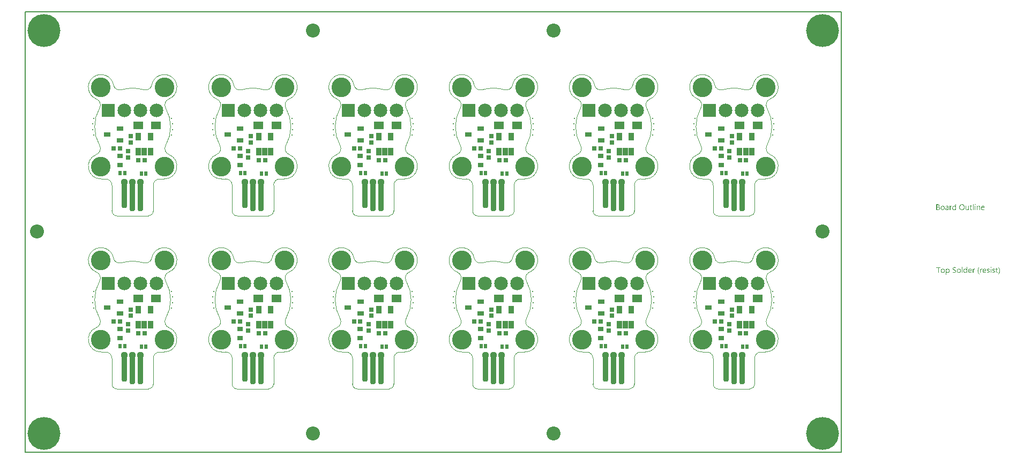
<source format=gts>
G04*
G04 #@! TF.GenerationSoftware,Altium Limited,Altium Designer,21.3.2 (30)*
G04*
G04 Layer_Color=8388736*
%FSAX25Y25*%
%MOIN*%
G70*
G04*
G04 #@! TF.SameCoordinates,57FAC1CB-812B-421D-9FDC-EB945B2EFB84*
G04*
G04*
G04 #@! TF.FilePolarity,Negative*
G04*
G01*
G75*
G04:AMPARAMS|DCode=11|XSize=35.43mil|YSize=188.98mil|CornerRadius=13.82mil|HoleSize=0mil|Usage=FLASHONLY|Rotation=180.000|XOffset=0mil|YOffset=0mil|HoleType=Round|Shape=RoundedRectangle|*
%AMROUNDEDRECTD11*
21,1,0.03543,0.16134,0,0,180.0*
21,1,0.00780,0.18898,0,0,180.0*
1,1,0.02764,-0.00390,0.08067*
1,1,0.02764,0.00390,0.08067*
1,1,0.02764,0.00390,-0.08067*
1,1,0.02764,-0.00390,-0.08067*
%
%ADD11ROUNDEDRECTD11*%
G04:AMPARAMS|DCode=12|XSize=35.43mil|YSize=169.29mil|CornerRadius=13.82mil|HoleSize=0mil|Usage=FLASHONLY|Rotation=180.000|XOffset=0mil|YOffset=0mil|HoleType=Round|Shape=RoundedRectangle|*
%AMROUNDEDRECTD12*
21,1,0.03543,0.14165,0,0,180.0*
21,1,0.00780,0.16929,0,0,180.0*
1,1,0.02764,-0.00390,0.07083*
1,1,0.02764,0.00390,0.07083*
1,1,0.02764,0.00390,-0.07083*
1,1,0.02764,-0.00390,-0.07083*
%
%ADD12ROUNDEDRECTD12*%
%ADD24C,0.00787*%
%ADD25C,0.00197*%
%ADD28C,0.04370*%
%ADD37C,0.08674*%
%ADD38R,0.03347X0.04528*%
%ADD39R,0.02756X0.02559*%
%ADD40R,0.02559X0.02756*%
%ADD41R,0.05906X0.04921*%
%ADD42R,0.02559X0.02756*%
%ADD43R,0.03740X0.02953*%
%ADD44R,0.04134X0.02953*%
%ADD45R,0.01968X0.03150*%
%ADD46C,0.00800*%
%ADD47C,0.20485*%
%ADD48C,0.08465*%
%ADD49R,0.08465X0.08465*%
%ADD50C,0.00591*%
%ADD51C,0.12205*%
G36*
X0571414Y0134727D02*
X0571442Y0134721D01*
X0571470Y0134712D01*
X0571501Y0134696D01*
X0571531Y0134678D01*
X0571562Y0134653D01*
X0571565Y0134650D01*
X0571575Y0134641D01*
X0571587Y0134625D01*
X0571602Y0134604D01*
X0571615Y0134576D01*
X0571627Y0134545D01*
X0571636Y0134508D01*
X0571640Y0134468D01*
Y0134462D01*
Y0134449D01*
X0571636Y0134431D01*
X0571630Y0134403D01*
X0571621Y0134375D01*
X0571606Y0134344D01*
X0571587Y0134313D01*
X0571562Y0134282D01*
X0571559Y0134279D01*
X0571550Y0134270D01*
X0571531Y0134258D01*
X0571510Y0134245D01*
X0571482Y0134233D01*
X0571451Y0134221D01*
X0571417Y0134211D01*
X0571377Y0134208D01*
X0571358D01*
X0571340Y0134211D01*
X0571312Y0134218D01*
X0571284Y0134227D01*
X0571253Y0134239D01*
X0571222Y0134255D01*
X0571192Y0134279D01*
X0571188Y0134282D01*
X0571179Y0134292D01*
X0571167Y0134310D01*
X0571154Y0134332D01*
X0571142Y0134357D01*
X0571130Y0134391D01*
X0571121Y0134428D01*
X0571117Y0134468D01*
Y0134474D01*
Y0134486D01*
X0571121Y0134508D01*
X0571127Y0134533D01*
X0571136Y0134564D01*
X0571148Y0134595D01*
X0571167Y0134625D01*
X0571192Y0134653D01*
X0571195Y0134656D01*
X0571204Y0134666D01*
X0571222Y0134678D01*
X0571244Y0134693D01*
X0571272Y0134706D01*
X0571303Y0134718D01*
X0571337Y0134727D01*
X0571377Y0134731D01*
X0571395D01*
X0571414Y0134727D01*
D02*
G37*
G36*
X0559446Y0131063D02*
X0559045D01*
Y0131486D01*
X0559035D01*
X0559032Y0131480D01*
X0559023Y0131464D01*
X0559005Y0131443D01*
X0558983Y0131412D01*
X0558952Y0131375D01*
X0558918Y0131334D01*
X0558875Y0131291D01*
X0558822Y0131245D01*
X0558767Y0131199D01*
X0558702Y0131155D01*
X0558631Y0131115D01*
X0558554Y0131078D01*
X0558470Y0131047D01*
X0558377Y0131026D01*
X0558279Y0131010D01*
X0558173Y0131004D01*
X0558152D01*
X0558127Y0131007D01*
X0558096Y0131010D01*
X0558056Y0131013D01*
X0558010Y0131023D01*
X0557957Y0131032D01*
X0557901Y0131047D01*
X0557843Y0131063D01*
X0557781Y0131087D01*
X0557719Y0131112D01*
X0557654Y0131146D01*
X0557592Y0131183D01*
X0557531Y0131229D01*
X0557472Y0131282D01*
X0557416Y0131341D01*
X0557413Y0131344D01*
X0557404Y0131356D01*
X0557392Y0131375D01*
X0557373Y0131403D01*
X0557351Y0131437D01*
X0557327Y0131477D01*
X0557302Y0131526D01*
X0557277Y0131582D01*
X0557249Y0131644D01*
X0557225Y0131711D01*
X0557200Y0131789D01*
X0557178Y0131869D01*
X0557160Y0131956D01*
X0557148Y0132051D01*
X0557138Y0132150D01*
X0557135Y0132255D01*
Y0132258D01*
Y0132262D01*
Y0132271D01*
Y0132283D01*
X0557138Y0132314D01*
X0557141Y0132357D01*
X0557144Y0132413D01*
X0557151Y0132472D01*
X0557160Y0132540D01*
X0557175Y0132614D01*
X0557191Y0132691D01*
X0557212Y0132774D01*
X0557237Y0132855D01*
X0557268Y0132941D01*
X0557302Y0133022D01*
X0557345Y0133102D01*
X0557392Y0133179D01*
X0557447Y0133253D01*
X0557450Y0133256D01*
X0557463Y0133269D01*
X0557481Y0133287D01*
X0557506Y0133312D01*
X0557537Y0133340D01*
X0557574Y0133374D01*
X0557620Y0133408D01*
X0557670Y0133442D01*
X0557728Y0133476D01*
X0557790Y0133510D01*
X0557858Y0133544D01*
X0557932Y0133572D01*
X0558013Y0133596D01*
X0558099Y0133615D01*
X0558189Y0133627D01*
X0558285Y0133630D01*
X0558306D01*
X0558334Y0133627D01*
X0558368Y0133624D01*
X0558411Y0133618D01*
X0558461Y0133609D01*
X0558513Y0133596D01*
X0558572Y0133581D01*
X0558634Y0133559D01*
X0558696Y0133531D01*
X0558757Y0133498D01*
X0558819Y0133457D01*
X0558878Y0133411D01*
X0558937Y0133359D01*
X0558989Y0133294D01*
X0559035Y0133222D01*
X0559045D01*
Y0134777D01*
X0559446D01*
Y0131063D01*
D02*
G37*
G36*
X0573661Y0133627D02*
X0573688D01*
X0573722Y0133621D01*
X0573763Y0133615D01*
X0573806Y0133609D01*
X0573852Y0133596D01*
X0573902Y0133584D01*
X0573954Y0133565D01*
X0574007Y0133544D01*
X0574059Y0133516D01*
X0574109Y0133485D01*
X0574158Y0133451D01*
X0574204Y0133408D01*
X0574248Y0133362D01*
X0574251Y0133359D01*
X0574257Y0133349D01*
X0574269Y0133334D01*
X0574282Y0133312D01*
X0574297Y0133284D01*
X0574316Y0133250D01*
X0574337Y0133210D01*
X0574359Y0133167D01*
X0574377Y0133114D01*
X0574399Y0133059D01*
X0574417Y0132994D01*
X0574433Y0132926D01*
X0574445Y0132852D01*
X0574458Y0132771D01*
X0574464Y0132688D01*
X0574467Y0132595D01*
Y0131063D01*
X0574065D01*
Y0132493D01*
Y0132496D01*
Y0132503D01*
Y0132512D01*
Y0132527D01*
X0574062Y0132546D01*
Y0132568D01*
X0574056Y0132617D01*
X0574047Y0132679D01*
X0574034Y0132747D01*
X0574016Y0132818D01*
X0573991Y0132892D01*
X0573960Y0132966D01*
X0573923Y0133037D01*
X0573877Y0133105D01*
X0573818Y0133167D01*
X0573753Y0133216D01*
X0573716Y0133238D01*
X0573673Y0133256D01*
X0573630Y0133272D01*
X0573583Y0133281D01*
X0573534Y0133287D01*
X0573481Y0133291D01*
X0573454D01*
X0573432Y0133287D01*
X0573407Y0133284D01*
X0573376Y0133278D01*
X0573342Y0133272D01*
X0573308Y0133263D01*
X0573268Y0133250D01*
X0573228Y0133235D01*
X0573188Y0133216D01*
X0573144Y0133195D01*
X0573104Y0133167D01*
X0573061Y0133136D01*
X0573021Y0133102D01*
X0572984Y0133062D01*
X0572981Y0133059D01*
X0572974Y0133053D01*
X0572965Y0133040D01*
X0572953Y0133022D01*
X0572937Y0133000D01*
X0572922Y0132972D01*
X0572903Y0132941D01*
X0572885Y0132907D01*
X0572866Y0132867D01*
X0572848Y0132824D01*
X0572832Y0132778D01*
X0572817Y0132728D01*
X0572805Y0132673D01*
X0572795Y0132617D01*
X0572789Y0132555D01*
X0572786Y0132493D01*
Y0131063D01*
X0572384D01*
Y0133572D01*
X0572786D01*
Y0133155D01*
X0572795D01*
X0572798Y0133161D01*
X0572808Y0133176D01*
X0572826Y0133198D01*
X0572848Y0133229D01*
X0572879Y0133266D01*
X0572913Y0133306D01*
X0572956Y0133349D01*
X0573005Y0133393D01*
X0573061Y0133436D01*
X0573123Y0133479D01*
X0573191Y0133519D01*
X0573262Y0133556D01*
X0573342Y0133587D01*
X0573429Y0133609D01*
X0573521Y0133624D01*
X0573620Y0133630D01*
X0573639D01*
X0573661Y0133627D01*
D02*
G37*
G36*
X0556684Y0133612D02*
X0556718D01*
X0556755Y0133606D01*
X0556795Y0133599D01*
X0556835Y0133593D01*
X0556869Y0133581D01*
Y0133164D01*
X0556863Y0133167D01*
X0556851Y0133176D01*
X0556826Y0133189D01*
X0556792Y0133204D01*
X0556746Y0133220D01*
X0556696Y0133232D01*
X0556635Y0133241D01*
X0556564Y0133244D01*
X0556539D01*
X0556520Y0133241D01*
X0556499Y0133238D01*
X0556474Y0133232D01*
X0556415Y0133213D01*
X0556381Y0133201D01*
X0556347Y0133186D01*
X0556310Y0133164D01*
X0556273Y0133142D01*
X0556239Y0133114D01*
X0556202Y0133080D01*
X0556168Y0133043D01*
X0556134Y0133000D01*
X0556131Y0132997D01*
X0556128Y0132988D01*
X0556119Y0132975D01*
X0556106Y0132957D01*
X0556094Y0132932D01*
X0556078Y0132901D01*
X0556063Y0132867D01*
X0556047Y0132827D01*
X0556032Y0132784D01*
X0556017Y0132734D01*
X0556001Y0132679D01*
X0555989Y0132620D01*
X0555976Y0132555D01*
X0555967Y0132487D01*
X0555964Y0132416D01*
X0555961Y0132339D01*
Y0131063D01*
X0555559D01*
Y0133572D01*
X0555961D01*
Y0133053D01*
X0555970D01*
Y0133056D01*
X0555973Y0133065D01*
X0555979Y0133077D01*
X0555986Y0133096D01*
X0555995Y0133117D01*
X0556007Y0133145D01*
X0556035Y0133204D01*
X0556072Y0133272D01*
X0556119Y0133340D01*
X0556171Y0133405D01*
X0556233Y0133467D01*
X0556236Y0133470D01*
X0556242Y0133473D01*
X0556251Y0133479D01*
X0556264Y0133491D01*
X0556279Y0133501D01*
X0556301Y0133513D01*
X0556347Y0133541D01*
X0556406Y0133569D01*
X0556474Y0133593D01*
X0556548Y0133609D01*
X0556588Y0133612D01*
X0556628Y0133615D01*
X0556653D01*
X0556684Y0133612D01*
D02*
G37*
G36*
X0567447Y0131063D02*
X0567045D01*
Y0131458D01*
X0567035D01*
X0567032Y0131452D01*
X0567023Y0131440D01*
X0567008Y0131415D01*
X0566989Y0131387D01*
X0566961Y0131353D01*
X0566927Y0131316D01*
X0566890Y0131273D01*
X0566844Y0131233D01*
X0566794Y0131189D01*
X0566736Y0131149D01*
X0566674Y0131109D01*
X0566603Y0131075D01*
X0566526Y0131047D01*
X0566445Y0131023D01*
X0566356Y0131010D01*
X0566260Y0131004D01*
X0566238D01*
X0566223Y0131007D01*
X0566201D01*
X0566177Y0131010D01*
X0566149Y0131016D01*
X0566121Y0131019D01*
X0566053Y0131038D01*
X0565976Y0131060D01*
X0565895Y0131094D01*
X0565855Y0131115D01*
X0565812Y0131137D01*
X0565769Y0131165D01*
X0565729Y0131192D01*
X0565688Y0131226D01*
X0565648Y0131263D01*
X0565608Y0131307D01*
X0565571Y0131350D01*
X0565537Y0131399D01*
X0565503Y0131455D01*
X0565475Y0131514D01*
X0565447Y0131576D01*
X0565422Y0131644D01*
X0565401Y0131718D01*
X0565385Y0131798D01*
X0565373Y0131881D01*
X0565367Y0131974D01*
X0565364Y0132070D01*
Y0133572D01*
X0565762D01*
Y0132135D01*
Y0132132D01*
Y0132126D01*
Y0132116D01*
Y0132101D01*
X0565765Y0132082D01*
Y0132061D01*
X0565772Y0132011D01*
X0565781Y0131949D01*
X0565793Y0131885D01*
X0565815Y0131810D01*
X0565840Y0131739D01*
X0565871Y0131665D01*
X0565911Y0131591D01*
X0565960Y0131526D01*
X0566019Y0131464D01*
X0566090Y0131415D01*
X0566127Y0131393D01*
X0566170Y0131375D01*
X0566217Y0131359D01*
X0566263Y0131350D01*
X0566316Y0131344D01*
X0566371Y0131341D01*
X0566399D01*
X0566421Y0131344D01*
X0566445Y0131347D01*
X0566473Y0131353D01*
X0566507Y0131359D01*
X0566541Y0131369D01*
X0566578Y0131378D01*
X0566618Y0131393D01*
X0566659Y0131412D01*
X0566699Y0131433D01*
X0566739Y0131458D01*
X0566779Y0131486D01*
X0566816Y0131520D01*
X0566853Y0131557D01*
X0566856Y0131560D01*
X0566862Y0131566D01*
X0566872Y0131579D01*
X0566884Y0131597D01*
X0566896Y0131619D01*
X0566915Y0131644D01*
X0566930Y0131675D01*
X0566949Y0131708D01*
X0566968Y0131749D01*
X0566983Y0131792D01*
X0567001Y0131838D01*
X0567014Y0131888D01*
X0567026Y0131943D01*
X0567035Y0131999D01*
X0567042Y0132061D01*
X0567045Y0132126D01*
Y0133572D01*
X0567447D01*
Y0131063D01*
D02*
G37*
G36*
X0571572D02*
X0571170D01*
Y0133572D01*
X0571572D01*
Y0131063D01*
D02*
G37*
G36*
X0570357D02*
X0569956D01*
Y0134777D01*
X0570357D01*
Y0131063D01*
D02*
G37*
G36*
X0553956Y0133627D02*
X0553977D01*
X0553999Y0133624D01*
X0554027Y0133621D01*
X0554058Y0133615D01*
X0554122Y0133603D01*
X0554200Y0133581D01*
X0554277Y0133553D01*
X0554360Y0133513D01*
X0554444Y0133464D01*
X0554484Y0133436D01*
X0554524Y0133402D01*
X0554561Y0133365D01*
X0554598Y0133328D01*
X0554632Y0133284D01*
X0554663Y0133235D01*
X0554694Y0133186D01*
X0554722Y0133130D01*
X0554743Y0133068D01*
X0554765Y0133003D01*
X0554781Y0132935D01*
X0554793Y0132858D01*
X0554799Y0132781D01*
X0554802Y0132694D01*
Y0131063D01*
X0554400D01*
Y0131452D01*
X0554391D01*
X0554388Y0131446D01*
X0554379Y0131433D01*
X0554363Y0131412D01*
X0554342Y0131381D01*
X0554314Y0131347D01*
X0554280Y0131310D01*
X0554243Y0131270D01*
X0554197Y0131229D01*
X0554144Y0131186D01*
X0554088Y0131146D01*
X0554024Y0131109D01*
X0553956Y0131075D01*
X0553878Y0131044D01*
X0553798Y0131023D01*
X0553711Y0131010D01*
X0553619Y0131004D01*
X0553582D01*
X0553557Y0131007D01*
X0553526Y0131010D01*
X0553489Y0131013D01*
X0553449Y0131019D01*
X0553406Y0131029D01*
X0553310Y0131053D01*
X0553263Y0131069D01*
X0553214Y0131087D01*
X0553164Y0131109D01*
X0553118Y0131137D01*
X0553075Y0131168D01*
X0553032Y0131202D01*
X0553029Y0131205D01*
X0553022Y0131211D01*
X0553013Y0131223D01*
X0552998Y0131239D01*
X0552982Y0131257D01*
X0552967Y0131282D01*
X0552945Y0131310D01*
X0552927Y0131341D01*
X0552908Y0131378D01*
X0552889Y0131418D01*
X0552871Y0131461D01*
X0552855Y0131508D01*
X0552840Y0131557D01*
X0552831Y0131610D01*
X0552825Y0131668D01*
X0552821Y0131727D01*
Y0131730D01*
Y0131736D01*
Y0131746D01*
X0552825Y0131758D01*
Y0131773D01*
X0552828Y0131792D01*
X0552834Y0131838D01*
X0552846Y0131894D01*
X0552865Y0131956D01*
X0552889Y0132024D01*
X0552927Y0132095D01*
X0552970Y0132166D01*
X0553022Y0132237D01*
X0553056Y0132271D01*
X0553090Y0132305D01*
X0553130Y0132339D01*
X0553171Y0132370D01*
X0553217Y0132401D01*
X0553266Y0132428D01*
X0553319Y0132453D01*
X0553378Y0132478D01*
X0553440Y0132500D01*
X0553504Y0132518D01*
X0553576Y0132534D01*
X0553650Y0132546D01*
X0554400Y0132651D01*
Y0132654D01*
Y0132657D01*
Y0132666D01*
Y0132679D01*
X0554397Y0132710D01*
X0554391Y0132750D01*
X0554385Y0132799D01*
X0554373Y0132855D01*
X0554357Y0132910D01*
X0554336Y0132972D01*
X0554308Y0133031D01*
X0554274Y0133090D01*
X0554234Y0133142D01*
X0554184Y0133192D01*
X0554122Y0133232D01*
X0554054Y0133263D01*
X0554017Y0133275D01*
X0553974Y0133284D01*
X0553931Y0133287D01*
X0553885Y0133291D01*
X0553863D01*
X0553841Y0133287D01*
X0553807Y0133284D01*
X0553767Y0133281D01*
X0553721Y0133275D01*
X0553668Y0133266D01*
X0553613Y0133253D01*
X0553551Y0133235D01*
X0553486Y0133216D01*
X0553418Y0133192D01*
X0553347Y0133161D01*
X0553276Y0133124D01*
X0553205Y0133083D01*
X0553134Y0133037D01*
X0553066Y0132982D01*
Y0133393D01*
X0553069Y0133396D01*
X0553081Y0133402D01*
X0553103Y0133414D01*
X0553130Y0133430D01*
X0553168Y0133448D01*
X0553208Y0133467D01*
X0553257Y0133488D01*
X0553313Y0133513D01*
X0553372Y0133535D01*
X0553436Y0133556D01*
X0553508Y0133575D01*
X0553582Y0133593D01*
X0553662Y0133609D01*
X0553742Y0133621D01*
X0553829Y0133627D01*
X0553919Y0133630D01*
X0553940D01*
X0553956Y0133627D01*
D02*
G37*
G36*
X0548319Y0134573D02*
X0548356Y0134570D01*
X0548400Y0134564D01*
X0548449Y0134557D01*
X0548505Y0134548D01*
X0548560Y0134536D01*
X0548619Y0134520D01*
X0548681Y0134502D01*
X0548740Y0134480D01*
X0548801Y0134455D01*
X0548857Y0134424D01*
X0548913Y0134391D01*
X0548965Y0134350D01*
X0548968Y0134347D01*
X0548978Y0134341D01*
X0548990Y0134329D01*
X0549005Y0134310D01*
X0549027Y0134289D01*
X0549049Y0134261D01*
X0549073Y0134230D01*
X0549098Y0134196D01*
X0549123Y0134156D01*
X0549148Y0134113D01*
X0549169Y0134063D01*
X0549191Y0134014D01*
X0549206Y0133958D01*
X0549219Y0133899D01*
X0549228Y0133837D01*
X0549231Y0133773D01*
Y0133770D01*
Y0133760D01*
Y0133745D01*
X0549228Y0133723D01*
X0549225Y0133695D01*
X0549222Y0133668D01*
X0549219Y0133633D01*
X0549212Y0133596D01*
X0549191Y0133513D01*
X0549163Y0133426D01*
X0549144Y0133380D01*
X0549123Y0133337D01*
X0549098Y0133294D01*
X0549070Y0133250D01*
X0549067Y0133247D01*
X0549064Y0133241D01*
X0549055Y0133229D01*
X0549039Y0133213D01*
X0549024Y0133198D01*
X0549005Y0133176D01*
X0548981Y0133155D01*
X0548956Y0133130D01*
X0548925Y0133105D01*
X0548891Y0133077D01*
X0548854Y0133053D01*
X0548814Y0133025D01*
X0548771Y0133000D01*
X0548727Y0132978D01*
X0548625Y0132938D01*
Y0132929D01*
X0548628D01*
X0548641Y0132926D01*
X0548659Y0132923D01*
X0548684Y0132920D01*
X0548715Y0132913D01*
X0548749Y0132904D01*
X0548789Y0132892D01*
X0548829Y0132879D01*
X0548919Y0132846D01*
X0548968Y0132824D01*
X0549015Y0132796D01*
X0549061Y0132768D01*
X0549107Y0132737D01*
X0549154Y0132700D01*
X0549194Y0132660D01*
X0549197Y0132657D01*
X0549203Y0132651D01*
X0549212Y0132639D01*
X0549228Y0132620D01*
X0549243Y0132595D01*
X0549262Y0132571D01*
X0549280Y0132537D01*
X0549302Y0132503D01*
X0549321Y0132462D01*
X0549339Y0132416D01*
X0549358Y0132370D01*
X0549373Y0132317D01*
X0549389Y0132258D01*
X0549398Y0132200D01*
X0549404Y0132138D01*
X0549407Y0132070D01*
Y0132064D01*
Y0132051D01*
X0549404Y0132027D01*
X0549401Y0131996D01*
X0549398Y0131956D01*
X0549389Y0131912D01*
X0549379Y0131863D01*
X0549367Y0131810D01*
X0549348Y0131752D01*
X0549327Y0131693D01*
X0549302Y0131634D01*
X0549271Y0131572D01*
X0549234Y0131511D01*
X0549191Y0131452D01*
X0549141Y0131396D01*
X0549083Y0131341D01*
X0549080Y0131338D01*
X0549067Y0131328D01*
X0549049Y0131316D01*
X0549024Y0131298D01*
X0548993Y0131276D01*
X0548953Y0131254D01*
X0548910Y0131226D01*
X0548860Y0131202D01*
X0548801Y0131177D01*
X0548740Y0131152D01*
X0548675Y0131128D01*
X0548601Y0131106D01*
X0548523Y0131087D01*
X0548443Y0131075D01*
X0548356Y0131066D01*
X0548267Y0131063D01*
X0547244D01*
Y0134576D01*
X0548285D01*
X0548319Y0134573D01*
D02*
G37*
G36*
X0568788Y0133572D02*
X0569421D01*
Y0133226D01*
X0568788D01*
Y0131814D01*
Y0131810D01*
Y0131801D01*
Y0131789D01*
Y0131773D01*
X0568791Y0131752D01*
X0568794Y0131727D01*
X0568800Y0131675D01*
X0568809Y0131613D01*
X0568825Y0131554D01*
X0568846Y0131498D01*
X0568859Y0131474D01*
X0568874Y0131452D01*
X0568877Y0131449D01*
X0568890Y0131437D01*
X0568911Y0131418D01*
X0568942Y0131399D01*
X0568982Y0131378D01*
X0569032Y0131362D01*
X0569090Y0131350D01*
X0569158Y0131344D01*
X0569183D01*
X0569211Y0131347D01*
X0569248Y0131353D01*
X0569288Y0131366D01*
X0569335Y0131378D01*
X0569378Y0131399D01*
X0569421Y0131427D01*
Y0131084D01*
X0569418D01*
X0569415Y0131081D01*
X0569406Y0131078D01*
X0569396Y0131072D01*
X0569362Y0131060D01*
X0569322Y0131047D01*
X0569267Y0131035D01*
X0569202Y0131023D01*
X0569128Y0131013D01*
X0569044Y0131010D01*
X0569016D01*
X0568982Y0131016D01*
X0568942Y0131023D01*
X0568893Y0131032D01*
X0568837Y0131050D01*
X0568775Y0131072D01*
X0568716Y0131103D01*
X0568655Y0131140D01*
X0568593Y0131189D01*
X0568537Y0131248D01*
X0568513Y0131282D01*
X0568488Y0131319D01*
X0568466Y0131359D01*
X0568448Y0131403D01*
X0568429Y0131449D01*
X0568414Y0131501D01*
X0568401Y0131554D01*
X0568392Y0131613D01*
X0568389Y0131675D01*
X0568386Y0131742D01*
Y0133226D01*
X0567956D01*
Y0133572D01*
X0568386D01*
Y0134184D01*
X0568788Y0134313D01*
Y0133572D01*
D02*
G37*
G36*
X0576256Y0133627D02*
X0576290Y0133624D01*
X0576333Y0133621D01*
X0576380Y0133615D01*
X0576432Y0133603D01*
X0576488Y0133590D01*
X0576550Y0133575D01*
X0576611Y0133553D01*
X0576673Y0133525D01*
X0576738Y0133494D01*
X0576800Y0133457D01*
X0576859Y0133414D01*
X0576917Y0133365D01*
X0576970Y0133309D01*
X0576973Y0133306D01*
X0576982Y0133294D01*
X0576995Y0133275D01*
X0577013Y0133250D01*
X0577032Y0133220D01*
X0577056Y0133179D01*
X0577081Y0133133D01*
X0577106Y0133080D01*
X0577131Y0133019D01*
X0577155Y0132954D01*
X0577180Y0132879D01*
X0577199Y0132802D01*
X0577217Y0132716D01*
X0577229Y0132626D01*
X0577239Y0132527D01*
X0577242Y0132425D01*
Y0132215D01*
X0575468D01*
Y0132209D01*
Y0132197D01*
X0575471Y0132175D01*
X0575474Y0132147D01*
X0575477Y0132110D01*
X0575484Y0132070D01*
X0575490Y0132027D01*
X0575502Y0131977D01*
X0575530Y0131872D01*
X0575549Y0131820D01*
X0575570Y0131764D01*
X0575595Y0131711D01*
X0575623Y0131659D01*
X0575657Y0131613D01*
X0575694Y0131566D01*
X0575697Y0131563D01*
X0575703Y0131557D01*
X0575715Y0131545D01*
X0575734Y0131532D01*
X0575756Y0131514D01*
X0575783Y0131495D01*
X0575814Y0131474D01*
X0575848Y0131455D01*
X0575888Y0131433D01*
X0575935Y0131412D01*
X0575981Y0131393D01*
X0576037Y0131375D01*
X0576092Y0131362D01*
X0576154Y0131350D01*
X0576219Y0131344D01*
X0576287Y0131341D01*
X0576305D01*
X0576327Y0131344D01*
X0576358D01*
X0576395Y0131350D01*
X0576438Y0131356D01*
X0576488Y0131366D01*
X0576544Y0131375D01*
X0576602Y0131390D01*
X0576664Y0131409D01*
X0576729Y0131430D01*
X0576794Y0131458D01*
X0576862Y0131489D01*
X0576930Y0131526D01*
X0576998Y0131569D01*
X0577066Y0131619D01*
Y0131242D01*
X0577063Y0131239D01*
X0577050Y0131233D01*
X0577032Y0131220D01*
X0577007Y0131205D01*
X0576973Y0131186D01*
X0576933Y0131168D01*
X0576886Y0131146D01*
X0576834Y0131124D01*
X0576772Y0131100D01*
X0576707Y0131078D01*
X0576636Y0131060D01*
X0576559Y0131041D01*
X0576475Y0131026D01*
X0576386Y0131013D01*
X0576290Y0131007D01*
X0576191Y0131004D01*
X0576166D01*
X0576142Y0131007D01*
X0576105Y0131010D01*
X0576058Y0131013D01*
X0576006Y0131023D01*
X0575950Y0131032D01*
X0575888Y0131047D01*
X0575823Y0131066D01*
X0575756Y0131087D01*
X0575684Y0131115D01*
X0575617Y0131146D01*
X0575545Y0131186D01*
X0575481Y0131233D01*
X0575416Y0131285D01*
X0575357Y0131344D01*
X0575354Y0131347D01*
X0575345Y0131359D01*
X0575329Y0131381D01*
X0575311Y0131409D01*
X0575286Y0131443D01*
X0575261Y0131486D01*
X0575233Y0131535D01*
X0575206Y0131594D01*
X0575178Y0131656D01*
X0575150Y0131730D01*
X0575125Y0131807D01*
X0575100Y0131894D01*
X0575082Y0131986D01*
X0575066Y0132085D01*
X0575057Y0132194D01*
X0575054Y0132305D01*
Y0132308D01*
Y0132311D01*
Y0132320D01*
Y0132329D01*
X0575057Y0132360D01*
X0575060Y0132404D01*
X0575063Y0132453D01*
X0575073Y0132509D01*
X0575082Y0132574D01*
X0575094Y0132645D01*
X0575113Y0132719D01*
X0575134Y0132796D01*
X0575162Y0132877D01*
X0575193Y0132957D01*
X0575230Y0133034D01*
X0575277Y0133114D01*
X0575326Y0133189D01*
X0575385Y0133260D01*
X0575388Y0133263D01*
X0575400Y0133275D01*
X0575419Y0133294D01*
X0575443Y0133318D01*
X0575477Y0133346D01*
X0575518Y0133377D01*
X0575561Y0133411D01*
X0575613Y0133445D01*
X0575669Y0133479D01*
X0575734Y0133513D01*
X0575802Y0133544D01*
X0575873Y0133572D01*
X0575950Y0133596D01*
X0576034Y0133615D01*
X0576120Y0133627D01*
X0576210Y0133630D01*
X0576231D01*
X0576256Y0133627D01*
D02*
G37*
G36*
X0563213Y0134632D02*
X0563235D01*
X0563257Y0134628D01*
X0563284D01*
X0563346Y0134619D01*
X0563417Y0134610D01*
X0563497Y0134595D01*
X0563584Y0134573D01*
X0563674Y0134548D01*
X0563769Y0134514D01*
X0563865Y0134474D01*
X0563964Y0134428D01*
X0564063Y0134372D01*
X0564156Y0134307D01*
X0564248Y0134230D01*
X0564335Y0134143D01*
X0564341Y0134137D01*
X0564353Y0134122D01*
X0564375Y0134094D01*
X0564406Y0134054D01*
X0564437Y0134004D01*
X0564477Y0133946D01*
X0564517Y0133878D01*
X0564557Y0133800D01*
X0564598Y0133711D01*
X0564638Y0133615D01*
X0564678Y0133510D01*
X0564712Y0133396D01*
X0564740Y0133272D01*
X0564761Y0133142D01*
X0564774Y0133006D01*
X0564780Y0132861D01*
Y0132858D01*
Y0132852D01*
Y0132839D01*
Y0132824D01*
X0564777Y0132802D01*
Y0132778D01*
X0564774Y0132750D01*
Y0132719D01*
X0564771Y0132685D01*
X0564768Y0132648D01*
X0564755Y0132564D01*
X0564743Y0132469D01*
X0564724Y0132370D01*
X0564700Y0132262D01*
X0564669Y0132150D01*
X0564632Y0132039D01*
X0564588Y0131925D01*
X0564536Y0131814D01*
X0564474Y0131702D01*
X0564403Y0131600D01*
X0564323Y0131501D01*
X0564316Y0131495D01*
X0564301Y0131480D01*
X0564276Y0131455D01*
X0564239Y0131424D01*
X0564193Y0131387D01*
X0564137Y0131344D01*
X0564075Y0131301D01*
X0564001Y0131254D01*
X0563918Y0131208D01*
X0563825Y0131161D01*
X0563726Y0131118D01*
X0563618Y0131081D01*
X0563501Y0131050D01*
X0563377Y0131026D01*
X0563244Y0131010D01*
X0563105Y0131004D01*
X0563071D01*
X0563056Y0131007D01*
X0563034D01*
X0563009Y0131010D01*
X0562982Y0131013D01*
X0562917Y0131019D01*
X0562846Y0131029D01*
X0562762Y0131044D01*
X0562676Y0131066D01*
X0562580Y0131090D01*
X0562484Y0131124D01*
X0562385Y0131165D01*
X0562283Y0131211D01*
X0562184Y0131267D01*
X0562088Y0131334D01*
X0561993Y0131409D01*
X0561906Y0131495D01*
X0561900Y0131501D01*
X0561888Y0131517D01*
X0561866Y0131545D01*
X0561835Y0131585D01*
X0561801Y0131634D01*
X0561764Y0131693D01*
X0561724Y0131761D01*
X0561684Y0131841D01*
X0561640Y0131928D01*
X0561600Y0132024D01*
X0561563Y0132129D01*
X0561529Y0132243D01*
X0561498Y0132367D01*
X0561477Y0132496D01*
X0561464Y0132632D01*
X0561458Y0132778D01*
Y0132781D01*
Y0132787D01*
Y0132799D01*
Y0132815D01*
X0561461Y0132836D01*
Y0132858D01*
X0561464Y0132886D01*
Y0132917D01*
X0561467Y0132951D01*
X0561474Y0132991D01*
X0561483Y0133071D01*
X0561495Y0133164D01*
X0561517Y0133263D01*
X0561538Y0133371D01*
X0561569Y0133479D01*
X0561606Y0133590D01*
X0561650Y0133705D01*
X0561702Y0133816D01*
X0561764Y0133924D01*
X0561835Y0134029D01*
X0561915Y0134128D01*
X0561922Y0134134D01*
X0561937Y0134150D01*
X0561962Y0134174D01*
X0561999Y0134208D01*
X0562045Y0134245D01*
X0562104Y0134289D01*
X0562169Y0134335D01*
X0562243Y0134381D01*
X0562329Y0134428D01*
X0562422Y0134474D01*
X0562524Y0134517D01*
X0562635Y0134554D01*
X0562756Y0134588D01*
X0562883Y0134613D01*
X0563019Y0134628D01*
X0563164Y0134635D01*
X0563195D01*
X0563213Y0134632D01*
D02*
G37*
G36*
X0551227Y0133627D02*
X0551267Y0133624D01*
X0551314Y0133621D01*
X0551369Y0133612D01*
X0551428Y0133603D01*
X0551493Y0133587D01*
X0551564Y0133569D01*
X0551635Y0133547D01*
X0551706Y0133519D01*
X0551780Y0133485D01*
X0551851Y0133445D01*
X0551922Y0133399D01*
X0551987Y0133346D01*
X0552049Y0133284D01*
X0552052Y0133281D01*
X0552061Y0133269D01*
X0552077Y0133247D01*
X0552099Y0133220D01*
X0552123Y0133186D01*
X0552148Y0133142D01*
X0552179Y0133093D01*
X0552207Y0133034D01*
X0552238Y0132969D01*
X0552265Y0132898D01*
X0552290Y0132821D01*
X0552315Y0132734D01*
X0552336Y0132642D01*
X0552352Y0132543D01*
X0552361Y0132438D01*
X0552364Y0132326D01*
Y0132323D01*
Y0132320D01*
Y0132311D01*
Y0132299D01*
X0552361Y0132268D01*
X0552358Y0132228D01*
X0552355Y0132175D01*
X0552346Y0132116D01*
X0552336Y0132051D01*
X0552321Y0131980D01*
X0552302Y0131906D01*
X0552281Y0131826D01*
X0552253Y0131746D01*
X0552222Y0131665D01*
X0552182Y0131585D01*
X0552136Y0131508D01*
X0552083Y0131433D01*
X0552024Y0131362D01*
X0552021Y0131359D01*
X0552009Y0131347D01*
X0551990Y0131328D01*
X0551963Y0131307D01*
X0551929Y0131279D01*
X0551888Y0131248D01*
X0551839Y0131217D01*
X0551783Y0131183D01*
X0551721Y0131149D01*
X0551653Y0131118D01*
X0551579Y0131087D01*
X0551499Y0131060D01*
X0551409Y0131038D01*
X0551317Y0131019D01*
X0551221Y0131007D01*
X0551116Y0131004D01*
X0551091D01*
X0551063Y0131007D01*
X0551023Y0131010D01*
X0550977Y0131013D01*
X0550921Y0131023D01*
X0550863Y0131032D01*
X0550798Y0131047D01*
X0550727Y0131066D01*
X0550655Y0131090D01*
X0550581Y0131118D01*
X0550507Y0131152D01*
X0550433Y0131192D01*
X0550359Y0131239D01*
X0550291Y0131291D01*
X0550226Y0131353D01*
X0550223Y0131356D01*
X0550211Y0131369D01*
X0550195Y0131390D01*
X0550173Y0131418D01*
X0550149Y0131452D01*
X0550121Y0131495D01*
X0550093Y0131545D01*
X0550062Y0131603D01*
X0550031Y0131665D01*
X0550000Y0131736D01*
X0549972Y0131814D01*
X0549948Y0131897D01*
X0549926Y0131983D01*
X0549911Y0132079D01*
X0549898Y0132181D01*
X0549895Y0132286D01*
Y0132289D01*
Y0132292D01*
Y0132302D01*
Y0132314D01*
X0549898Y0132348D01*
X0549901Y0132391D01*
X0549905Y0132444D01*
X0549914Y0132506D01*
X0549923Y0132574D01*
X0549939Y0132648D01*
X0549957Y0132725D01*
X0549979Y0132805D01*
X0550006Y0132889D01*
X0550040Y0132972D01*
X0550081Y0133053D01*
X0550124Y0133130D01*
X0550176Y0133204D01*
X0550238Y0133275D01*
X0550241Y0133278D01*
X0550254Y0133291D01*
X0550275Y0133309D01*
X0550303Y0133331D01*
X0550337Y0133359D01*
X0550380Y0133386D01*
X0550430Y0133420D01*
X0550486Y0133454D01*
X0550547Y0133485D01*
X0550618Y0133519D01*
X0550696Y0133547D01*
X0550779Y0133575D01*
X0550869Y0133596D01*
X0550964Y0133615D01*
X0551066Y0133627D01*
X0551175Y0133630D01*
X0551199D01*
X0551227Y0133627D01*
D02*
G37*
G36*
X0581225Y0095664D02*
X0581253Y0095658D01*
X0581280Y0095648D01*
X0581311Y0095633D01*
X0581342Y0095614D01*
X0581373Y0095590D01*
X0581376Y0095587D01*
X0581386Y0095577D01*
X0581398Y0095562D01*
X0581413Y0095540D01*
X0581426Y0095512D01*
X0581438Y0095481D01*
X0581447Y0095444D01*
X0581450Y0095404D01*
Y0095398D01*
Y0095386D01*
X0581447Y0095367D01*
X0581441Y0095339D01*
X0581432Y0095311D01*
X0581416Y0095281D01*
X0581398Y0095250D01*
X0581373Y0095219D01*
X0581370Y0095216D01*
X0581361Y0095206D01*
X0581342Y0095194D01*
X0581321Y0095182D01*
X0581293Y0095169D01*
X0581262Y0095157D01*
X0581228Y0095148D01*
X0581188Y0095145D01*
X0581169D01*
X0581151Y0095148D01*
X0581123Y0095154D01*
X0581095Y0095163D01*
X0581064Y0095175D01*
X0581033Y0095191D01*
X0581002Y0095216D01*
X0580999Y0095219D01*
X0580990Y0095228D01*
X0580978Y0095247D01*
X0580965Y0095268D01*
X0580953Y0095293D01*
X0580940Y0095327D01*
X0580931Y0095364D01*
X0580928Y0095404D01*
Y0095410D01*
Y0095423D01*
X0580931Y0095444D01*
X0580937Y0095469D01*
X0580947Y0095500D01*
X0580959Y0095531D01*
X0580978Y0095562D01*
X0581002Y0095590D01*
X0581005Y0095593D01*
X0581015Y0095602D01*
X0581033Y0095614D01*
X0581055Y0095630D01*
X0581083Y0095642D01*
X0581114Y0095654D01*
X0581148Y0095664D01*
X0581188Y0095667D01*
X0581206D01*
X0581225Y0095664D01*
D02*
G37*
G36*
X0558646Y0095568D02*
X0558689D01*
X0558739Y0095565D01*
X0558794Y0095562D01*
X0558853Y0095556D01*
X0558977Y0095540D01*
X0559100Y0095518D01*
X0559162Y0095503D01*
X0559218Y0095488D01*
X0559273Y0095466D01*
X0559320Y0095444D01*
Y0094981D01*
X0559317Y0094984D01*
X0559304Y0094990D01*
X0559289Y0094999D01*
X0559264Y0095015D01*
X0559233Y0095030D01*
X0559196Y0095049D01*
X0559153Y0095070D01*
X0559103Y0095089D01*
X0559048Y0095111D01*
X0558986Y0095129D01*
X0558921Y0095148D01*
X0558850Y0095163D01*
X0558776Y0095179D01*
X0558696Y0095188D01*
X0558609Y0095194D01*
X0558520Y0095197D01*
X0558470D01*
X0558436Y0095194D01*
X0558396Y0095191D01*
X0558350Y0095185D01*
X0558300Y0095179D01*
X0558251Y0095169D01*
X0558245D01*
X0558229Y0095163D01*
X0558204Y0095157D01*
X0558170Y0095148D01*
X0558133Y0095135D01*
X0558093Y0095120D01*
X0558050Y0095098D01*
X0558010Y0095077D01*
X0558006Y0095074D01*
X0557991Y0095064D01*
X0557973Y0095052D01*
X0557948Y0095033D01*
X0557923Y0095009D01*
X0557892Y0094981D01*
X0557864Y0094950D01*
X0557840Y0094913D01*
X0557837Y0094910D01*
X0557830Y0094894D01*
X0557818Y0094873D01*
X0557809Y0094845D01*
X0557796Y0094811D01*
X0557784Y0094768D01*
X0557778Y0094721D01*
X0557775Y0094669D01*
Y0094663D01*
Y0094647D01*
X0557778Y0094619D01*
X0557781Y0094588D01*
X0557787Y0094551D01*
X0557796Y0094511D01*
X0557809Y0094471D01*
X0557824Y0094434D01*
X0557827Y0094431D01*
X0557833Y0094419D01*
X0557846Y0094400D01*
X0557861Y0094375D01*
X0557883Y0094347D01*
X0557908Y0094317D01*
X0557939Y0094286D01*
X0557973Y0094255D01*
X0557976Y0094252D01*
X0557991Y0094242D01*
X0558013Y0094224D01*
X0558041Y0094205D01*
X0558075Y0094181D01*
X0558115Y0094156D01*
X0558161Y0094125D01*
X0558211Y0094097D01*
X0558214D01*
X0558217Y0094094D01*
X0558235Y0094085D01*
X0558266Y0094069D01*
X0558303Y0094048D01*
X0558353Y0094026D01*
X0558408Y0093998D01*
X0558470Y0093967D01*
X0558535Y0093933D01*
X0558538D01*
X0558544Y0093930D01*
X0558554Y0093924D01*
X0558566Y0093918D01*
X0558584Y0093909D01*
X0558603Y0093899D01*
X0558649Y0093875D01*
X0558705Y0093844D01*
X0558767Y0093810D01*
X0558828Y0093776D01*
X0558893Y0093736D01*
X0558896D01*
X0558900Y0093733D01*
X0558909Y0093726D01*
X0558921Y0093717D01*
X0558955Y0093695D01*
X0558995Y0093668D01*
X0559042Y0093634D01*
X0559091Y0093597D01*
X0559141Y0093553D01*
X0559190Y0093507D01*
X0559196Y0093501D01*
X0559212Y0093485D01*
X0559233Y0093461D01*
X0559264Y0093427D01*
X0559295Y0093386D01*
X0559329Y0093340D01*
X0559360Y0093287D01*
X0559391Y0093232D01*
Y0093229D01*
X0559394Y0093226D01*
X0559397Y0093217D01*
X0559403Y0093204D01*
X0559416Y0093173D01*
X0559431Y0093133D01*
X0559443Y0093081D01*
X0559456Y0093022D01*
X0559465Y0092957D01*
X0559468Y0092886D01*
Y0092883D01*
Y0092874D01*
Y0092861D01*
Y0092843D01*
X0559465Y0092821D01*
X0559462Y0092793D01*
X0559459Y0092765D01*
X0559456Y0092734D01*
X0559443Y0092663D01*
X0559425Y0092589D01*
X0559400Y0092515D01*
X0559366Y0092444D01*
Y0092441D01*
X0559363Y0092435D01*
X0559357Y0092425D01*
X0559348Y0092413D01*
X0559326Y0092382D01*
X0559295Y0092339D01*
X0559255Y0092293D01*
X0559209Y0092243D01*
X0559153Y0092197D01*
X0559091Y0092150D01*
X0559088D01*
X0559082Y0092144D01*
X0559073Y0092141D01*
X0559060Y0092132D01*
X0559045Y0092123D01*
X0559023Y0092113D01*
X0558977Y0092089D01*
X0558918Y0092064D01*
X0558850Y0092036D01*
X0558776Y0092011D01*
X0558693Y0091990D01*
X0558689D01*
X0558683Y0091987D01*
X0558671D01*
X0558652Y0091984D01*
X0558634Y0091977D01*
X0558609Y0091974D01*
X0558581Y0091971D01*
X0558547Y0091965D01*
X0558476Y0091956D01*
X0558396Y0091950D01*
X0558309Y0091943D01*
X0558217Y0091940D01*
X0558183D01*
X0558161Y0091943D01*
X0558130D01*
X0558093Y0091947D01*
X0558053Y0091950D01*
X0558010Y0091956D01*
X0558004D01*
X0557988Y0091959D01*
X0557963Y0091962D01*
X0557932Y0091965D01*
X0557895Y0091971D01*
X0557852Y0091977D01*
X0557809Y0091984D01*
X0557759Y0091993D01*
X0557753D01*
X0557738Y0091996D01*
X0557713Y0092002D01*
X0557682Y0092011D01*
X0557645Y0092018D01*
X0557605Y0092030D01*
X0557518Y0092055D01*
X0557512Y0092058D01*
X0557500Y0092061D01*
X0557478Y0092070D01*
X0557453Y0092079D01*
X0557426Y0092092D01*
X0557395Y0092107D01*
X0557364Y0092123D01*
X0557336Y0092141D01*
Y0092626D01*
X0557339Y0092623D01*
X0557351Y0092614D01*
X0557370Y0092598D01*
X0557392Y0092583D01*
X0557422Y0092561D01*
X0557456Y0092540D01*
X0557494Y0092515D01*
X0557537Y0092493D01*
X0557543Y0092490D01*
X0557558Y0092484D01*
X0557580Y0092472D01*
X0557611Y0092459D01*
X0557648Y0092444D01*
X0557688Y0092425D01*
X0557735Y0092407D01*
X0557781Y0092391D01*
X0557787Y0092388D01*
X0557803Y0092385D01*
X0557830Y0092379D01*
X0557861Y0092370D01*
X0557901Y0092357D01*
X0557945Y0092348D01*
X0558041Y0092330D01*
X0558047D01*
X0558062Y0092326D01*
X0558087Y0092323D01*
X0558121Y0092320D01*
X0558158Y0092314D01*
X0558198Y0092311D01*
X0558282Y0092308D01*
X0558319D01*
X0558343Y0092311D01*
X0558374D01*
X0558411Y0092314D01*
X0558452Y0092320D01*
X0558495Y0092326D01*
X0558588Y0092342D01*
X0558680Y0092367D01*
X0558770Y0092401D01*
X0558810Y0092422D01*
X0558847Y0092447D01*
X0558850Y0092450D01*
X0558856Y0092453D01*
X0558866Y0092462D01*
X0558878Y0092475D01*
X0558890Y0092487D01*
X0558906Y0092506D01*
X0558924Y0092527D01*
X0558943Y0092552D01*
X0558958Y0092580D01*
X0558977Y0092608D01*
X0559008Y0092679D01*
X0559017Y0092719D01*
X0559026Y0092762D01*
X0559032Y0092805D01*
X0559035Y0092855D01*
Y0092858D01*
Y0092861D01*
Y0092880D01*
X0559032Y0092904D01*
X0559029Y0092938D01*
X0559020Y0092979D01*
X0559011Y0093019D01*
X0558995Y0093062D01*
X0558974Y0093102D01*
X0558971Y0093108D01*
X0558961Y0093121D01*
X0558949Y0093139D01*
X0558930Y0093167D01*
X0558906Y0093195D01*
X0558875Y0093229D01*
X0558841Y0093260D01*
X0558801Y0093294D01*
X0558794Y0093297D01*
X0558782Y0093309D01*
X0558757Y0093328D01*
X0558727Y0093349D01*
X0558686Y0093374D01*
X0558643Y0093402D01*
X0558594Y0093433D01*
X0558538Y0093461D01*
X0558535D01*
X0558532Y0093464D01*
X0558523Y0093470D01*
X0558513Y0093476D01*
X0558482Y0093492D01*
X0558442Y0093513D01*
X0558393Y0093538D01*
X0558337Y0093566D01*
X0558279Y0093597D01*
X0558214Y0093630D01*
X0558211D01*
X0558204Y0093634D01*
X0558195Y0093640D01*
X0558183Y0093646D01*
X0558149Y0093664D01*
X0558102Y0093689D01*
X0558050Y0093717D01*
X0557991Y0093748D01*
X0557871Y0093819D01*
X0557867D01*
X0557864Y0093822D01*
X0557855Y0093828D01*
X0557843Y0093835D01*
X0557815Y0093856D01*
X0557778Y0093881D01*
X0557735Y0093912D01*
X0557688Y0093949D01*
X0557642Y0093986D01*
X0557596Y0094029D01*
X0557589Y0094035D01*
X0557577Y0094051D01*
X0557555Y0094072D01*
X0557528Y0094103D01*
X0557500Y0094143D01*
X0557469Y0094187D01*
X0557438Y0094236D01*
X0557410Y0094289D01*
Y0094292D01*
X0557407Y0094295D01*
X0557404Y0094304D01*
X0557401Y0094317D01*
X0557389Y0094347D01*
X0557376Y0094388D01*
X0557364Y0094437D01*
X0557351Y0094496D01*
X0557345Y0094561D01*
X0557342Y0094632D01*
Y0094635D01*
Y0094641D01*
Y0094656D01*
X0557345Y0094672D01*
Y0094693D01*
X0557348Y0094718D01*
X0557355Y0094774D01*
X0557367Y0094839D01*
X0557385Y0094910D01*
X0557413Y0094981D01*
X0557447Y0095049D01*
Y0095052D01*
X0557453Y0095058D01*
X0557460Y0095067D01*
X0557466Y0095080D01*
X0557490Y0095111D01*
X0557521Y0095154D01*
X0557562Y0095200D01*
X0557608Y0095250D01*
X0557660Y0095296D01*
X0557722Y0095342D01*
X0557725D01*
X0557731Y0095349D01*
X0557741Y0095355D01*
X0557753Y0095361D01*
X0557769Y0095370D01*
X0557787Y0095383D01*
X0557837Y0095407D01*
X0557895Y0095435D01*
X0557960Y0095463D01*
X0558034Y0095491D01*
X0558115Y0095512D01*
X0558118D01*
X0558124Y0095515D01*
X0558136Y0095518D01*
X0558152Y0095522D01*
X0558173Y0095525D01*
X0558195Y0095531D01*
X0558223Y0095537D01*
X0558254Y0095543D01*
X0558322Y0095552D01*
X0558396Y0095562D01*
X0558479Y0095568D01*
X0558563Y0095571D01*
X0558612D01*
X0558646Y0095568D01*
D02*
G37*
G36*
X0566411Y0091999D02*
X0566010D01*
Y0092422D01*
X0566000D01*
X0565997Y0092416D01*
X0565988Y0092401D01*
X0565970Y0092379D01*
X0565948Y0092348D01*
X0565917Y0092311D01*
X0565883Y0092271D01*
X0565840Y0092228D01*
X0565787Y0092181D01*
X0565731Y0092135D01*
X0565667Y0092092D01*
X0565596Y0092052D01*
X0565518Y0092014D01*
X0565435Y0091984D01*
X0565342Y0091962D01*
X0565243Y0091947D01*
X0565138Y0091940D01*
X0565117D01*
X0565092Y0091943D01*
X0565061Y0091947D01*
X0565021Y0091950D01*
X0564974Y0091959D01*
X0564922Y0091968D01*
X0564866Y0091984D01*
X0564808Y0091999D01*
X0564746Y0092024D01*
X0564684Y0092049D01*
X0564619Y0092082D01*
X0564557Y0092119D01*
X0564496Y0092166D01*
X0564437Y0092218D01*
X0564381Y0092277D01*
X0564378Y0092280D01*
X0564369Y0092293D01*
X0564357Y0092311D01*
X0564338Y0092339D01*
X0564316Y0092373D01*
X0564292Y0092413D01*
X0564267Y0092462D01*
X0564242Y0092518D01*
X0564214Y0092580D01*
X0564190Y0092648D01*
X0564165Y0092725D01*
X0564143Y0092805D01*
X0564125Y0092892D01*
X0564112Y0092988D01*
X0564103Y0093087D01*
X0564100Y0093192D01*
Y0093195D01*
Y0093198D01*
Y0093207D01*
Y0093220D01*
X0564103Y0093251D01*
X0564106Y0093294D01*
X0564109Y0093349D01*
X0564115Y0093408D01*
X0564125Y0093476D01*
X0564140Y0093550D01*
X0564156Y0093627D01*
X0564177Y0093711D01*
X0564202Y0093791D01*
X0564233Y0093878D01*
X0564267Y0093958D01*
X0564310Y0094038D01*
X0564357Y0094116D01*
X0564412Y0094190D01*
X0564415Y0094193D01*
X0564428Y0094205D01*
X0564446Y0094224D01*
X0564471Y0094248D01*
X0564502Y0094276D01*
X0564539Y0094310D01*
X0564585Y0094344D01*
X0564635Y0094378D01*
X0564693Y0094412D01*
X0564755Y0094446D01*
X0564823Y0094480D01*
X0564897Y0094508D01*
X0564978Y0094533D01*
X0565064Y0094551D01*
X0565154Y0094564D01*
X0565249Y0094567D01*
X0565271D01*
X0565299Y0094564D01*
X0565333Y0094561D01*
X0565376Y0094554D01*
X0565426Y0094545D01*
X0565478Y0094533D01*
X0565537Y0094517D01*
X0565599Y0094496D01*
X0565660Y0094468D01*
X0565722Y0094434D01*
X0565784Y0094394D01*
X0565843Y0094347D01*
X0565902Y0094295D01*
X0565954Y0094230D01*
X0566000Y0094159D01*
X0566010D01*
Y0095713D01*
X0566411D01*
Y0091999D01*
D02*
G37*
G36*
X0554447Y0094564D02*
X0554481Y0094561D01*
X0554521Y0094557D01*
X0554567Y0094548D01*
X0554620Y0094539D01*
X0554679Y0094524D01*
X0554737Y0094505D01*
X0554799Y0094483D01*
X0554861Y0094456D01*
X0554926Y0094425D01*
X0554988Y0094384D01*
X0555046Y0094338D01*
X0555105Y0094286D01*
X0555158Y0094227D01*
X0555161Y0094224D01*
X0555170Y0094212D01*
X0555182Y0094193D01*
X0555201Y0094165D01*
X0555219Y0094131D01*
X0555244Y0094091D01*
X0555269Y0094042D01*
X0555294Y0093989D01*
X0555318Y0093927D01*
X0555343Y0093859D01*
X0555368Y0093785D01*
X0555386Y0093705D01*
X0555405Y0093618D01*
X0555417Y0093525D01*
X0555426Y0093427D01*
X0555430Y0093325D01*
Y0093322D01*
Y0093318D01*
Y0093309D01*
Y0093297D01*
X0555426Y0093263D01*
X0555423Y0093220D01*
X0555420Y0093167D01*
X0555414Y0093105D01*
X0555405Y0093037D01*
X0555392Y0092963D01*
X0555374Y0092886D01*
X0555355Y0092802D01*
X0555331Y0092719D01*
X0555300Y0092636D01*
X0555266Y0092552D01*
X0555226Y0092469D01*
X0555176Y0092391D01*
X0555124Y0092317D01*
X0555121Y0092314D01*
X0555108Y0092302D01*
X0555093Y0092283D01*
X0555068Y0092259D01*
X0555037Y0092231D01*
X0555000Y0092197D01*
X0554954Y0092163D01*
X0554904Y0092129D01*
X0554849Y0092095D01*
X0554784Y0092061D01*
X0554716Y0092027D01*
X0554641Y0091999D01*
X0554561Y0091974D01*
X0554475Y0091956D01*
X0554382Y0091943D01*
X0554286Y0091940D01*
X0554265D01*
X0554240Y0091943D01*
X0554206Y0091947D01*
X0554166Y0091953D01*
X0554119Y0091962D01*
X0554067Y0091974D01*
X0554008Y0091993D01*
X0553949Y0092014D01*
X0553888Y0092042D01*
X0553826Y0092076D01*
X0553761Y0092116D01*
X0553699Y0092166D01*
X0553640Y0092221D01*
X0553585Y0092286D01*
X0553532Y0092361D01*
X0553523D01*
Y0090846D01*
X0553121D01*
Y0094508D01*
X0553523D01*
Y0094066D01*
X0553532D01*
X0553535Y0094072D01*
X0553548Y0094088D01*
X0553563Y0094113D01*
X0553588Y0094143D01*
X0553619Y0094184D01*
X0553656Y0094224D01*
X0553702Y0094270D01*
X0553752Y0094317D01*
X0553810Y0094363D01*
X0553875Y0094409D01*
X0553946Y0094449D01*
X0554024Y0094490D01*
X0554107Y0094520D01*
X0554200Y0094545D01*
X0554295Y0094561D01*
X0554400Y0094567D01*
X0554422D01*
X0554447Y0094564D01*
D02*
G37*
G36*
X0583063D02*
X0583091D01*
X0583125Y0094561D01*
X0583162Y0094557D01*
X0583202Y0094551D01*
X0583295Y0094539D01*
X0583391Y0094517D01*
X0583493Y0094490D01*
X0583592Y0094453D01*
Y0094045D01*
X0583589Y0094048D01*
X0583579Y0094054D01*
X0583564Y0094060D01*
X0583542Y0094072D01*
X0583518Y0094088D01*
X0583487Y0094103D01*
X0583450Y0094119D01*
X0583409Y0094137D01*
X0583363Y0094153D01*
X0583317Y0094168D01*
X0583264Y0094184D01*
X0583209Y0094199D01*
X0583147Y0094212D01*
X0583085Y0094218D01*
X0583023Y0094224D01*
X0582955Y0094227D01*
X0582915D01*
X0582887Y0094224D01*
X0582856Y0094221D01*
X0582822Y0094214D01*
X0582751Y0094199D01*
X0582748D01*
X0582736Y0094196D01*
X0582720Y0094190D01*
X0582699Y0094181D01*
X0582649Y0094159D01*
X0582597Y0094128D01*
X0582594Y0094125D01*
X0582587Y0094119D01*
X0582575Y0094109D01*
X0582560Y0094097D01*
X0582526Y0094063D01*
X0582495Y0094017D01*
Y0094014D01*
X0582489Y0094004D01*
X0582485Y0093992D01*
X0582479Y0093973D01*
X0582473Y0093955D01*
X0582467Y0093930D01*
X0582464Y0093902D01*
X0582461Y0093875D01*
Y0093872D01*
Y0093859D01*
X0582464Y0093841D01*
Y0093816D01*
X0582470Y0093791D01*
X0582476Y0093763D01*
X0582482Y0093736D01*
X0582495Y0093708D01*
X0582498Y0093705D01*
X0582501Y0093695D01*
X0582510Y0093683D01*
X0582523Y0093668D01*
X0582538Y0093652D01*
X0582553Y0093630D01*
X0582600Y0093590D01*
X0582603Y0093587D01*
X0582612Y0093581D01*
X0582628Y0093572D01*
X0582646Y0093559D01*
X0582671Y0093547D01*
X0582699Y0093532D01*
X0582733Y0093513D01*
X0582767Y0093498D01*
X0582770Y0093495D01*
X0582785Y0093492D01*
X0582804Y0093482D01*
X0582832Y0093473D01*
X0582866Y0093458D01*
X0582903Y0093442D01*
X0582943Y0093427D01*
X0582989Y0093408D01*
X0582992D01*
X0582995Y0093405D01*
X0583005Y0093402D01*
X0583017Y0093399D01*
X0583048Y0093386D01*
X0583088Y0093368D01*
X0583134Y0093349D01*
X0583187Y0093328D01*
X0583240Y0093303D01*
X0583289Y0093278D01*
X0583292D01*
X0583295Y0093275D01*
X0583311Y0093266D01*
X0583335Y0093253D01*
X0583366Y0093235D01*
X0583403Y0093210D01*
X0583440Y0093186D01*
X0583477Y0093155D01*
X0583514Y0093124D01*
X0583518Y0093121D01*
X0583530Y0093108D01*
X0583545Y0093093D01*
X0583567Y0093068D01*
X0583589Y0093040D01*
X0583613Y0093006D01*
X0583635Y0092969D01*
X0583657Y0092929D01*
X0583660Y0092923D01*
X0583666Y0092911D01*
X0583672Y0092886D01*
X0583681Y0092855D01*
X0583691Y0092818D01*
X0583700Y0092775D01*
X0583703Y0092725D01*
X0583706Y0092669D01*
Y0092666D01*
Y0092660D01*
Y0092651D01*
Y0092639D01*
X0583703Y0092605D01*
X0583697Y0092558D01*
X0583684Y0092509D01*
X0583672Y0092453D01*
X0583650Y0092398D01*
X0583623Y0092345D01*
X0583620Y0092339D01*
X0583607Y0092323D01*
X0583589Y0092299D01*
X0583564Y0092265D01*
X0583533Y0092231D01*
X0583496Y0092191D01*
X0583453Y0092154D01*
X0583403Y0092116D01*
X0583397Y0092113D01*
X0583379Y0092101D01*
X0583351Y0092085D01*
X0583314Y0092067D01*
X0583267Y0092045D01*
X0583212Y0092024D01*
X0583153Y0092002D01*
X0583088Y0091984D01*
X0583085D01*
X0583079Y0091980D01*
X0583070D01*
X0583057Y0091977D01*
X0583042Y0091974D01*
X0583023Y0091971D01*
X0582977Y0091962D01*
X0582918Y0091953D01*
X0582856Y0091947D01*
X0582788Y0091943D01*
X0582714Y0091940D01*
X0582677D01*
X0582649Y0091943D01*
X0582615D01*
X0582578Y0091950D01*
X0582532Y0091953D01*
X0582485Y0091959D01*
X0582433Y0091968D01*
X0582380Y0091977D01*
X0582269Y0092002D01*
X0582155Y0092039D01*
X0582099Y0092064D01*
X0582044Y0092089D01*
Y0092518D01*
X0582047Y0092515D01*
X0582059Y0092509D01*
X0582078Y0092497D01*
X0582102Y0092481D01*
X0582133Y0092462D01*
X0582167Y0092441D01*
X0582210Y0092419D01*
X0582257Y0092398D01*
X0582309Y0092376D01*
X0582365Y0092354D01*
X0582424Y0092333D01*
X0582485Y0092314D01*
X0582553Y0092299D01*
X0582621Y0092286D01*
X0582693Y0092280D01*
X0582767Y0092277D01*
X0582788D01*
X0582816Y0092280D01*
X0582850Y0092283D01*
X0582890Y0092290D01*
X0582934Y0092296D01*
X0582983Y0092308D01*
X0583033Y0092320D01*
X0583079Y0092339D01*
X0583128Y0092364D01*
X0583172Y0092391D01*
X0583212Y0092425D01*
X0583246Y0092466D01*
X0583274Y0092512D01*
X0583289Y0092568D01*
X0583295Y0092598D01*
Y0092629D01*
Y0092633D01*
Y0092648D01*
X0583292Y0092666D01*
X0583289Y0092688D01*
X0583283Y0092716D01*
X0583277Y0092744D01*
X0583264Y0092772D01*
X0583249Y0092799D01*
X0583246Y0092802D01*
X0583240Y0092812D01*
X0583230Y0092824D01*
X0583218Y0092843D01*
X0583199Y0092861D01*
X0583181Y0092883D01*
X0583156Y0092901D01*
X0583128Y0092923D01*
X0583125Y0092926D01*
X0583116Y0092932D01*
X0583097Y0092941D01*
X0583076Y0092957D01*
X0583051Y0092972D01*
X0583020Y0092988D01*
X0582983Y0093003D01*
X0582946Y0093019D01*
X0582940Y0093022D01*
X0582927Y0093025D01*
X0582906Y0093034D01*
X0582878Y0093046D01*
X0582847Y0093062D01*
X0582807Y0093077D01*
X0582767Y0093093D01*
X0582724Y0093111D01*
X0582720D01*
X0582717Y0093115D01*
X0582708Y0093118D01*
X0582696Y0093124D01*
X0582665Y0093136D01*
X0582625Y0093152D01*
X0582578Y0093173D01*
X0582529Y0093195D01*
X0582479Y0093220D01*
X0582430Y0093244D01*
X0582424Y0093247D01*
X0582408Y0093257D01*
X0582387Y0093269D01*
X0582356Y0093287D01*
X0582322Y0093312D01*
X0582288Y0093337D01*
X0582251Y0093365D01*
X0582217Y0093396D01*
X0582214Y0093399D01*
X0582204Y0093411D01*
X0582189Y0093427D01*
X0582170Y0093451D01*
X0582149Y0093479D01*
X0582127Y0093513D01*
X0582109Y0093547D01*
X0582090Y0093587D01*
X0582087Y0093593D01*
X0582084Y0093606D01*
X0582078Y0093630D01*
X0582071Y0093658D01*
X0582062Y0093695D01*
X0582056Y0093739D01*
X0582053Y0093788D01*
X0582050Y0093841D01*
Y0093844D01*
Y0093850D01*
Y0093859D01*
Y0093872D01*
X0582053Y0093902D01*
X0582059Y0093946D01*
X0582068Y0093995D01*
X0582084Y0094048D01*
X0582102Y0094100D01*
X0582130Y0094153D01*
Y0094156D01*
X0582133Y0094159D01*
X0582146Y0094174D01*
X0582164Y0094199D01*
X0582186Y0094233D01*
X0582217Y0094267D01*
X0582254Y0094304D01*
X0582297Y0094344D01*
X0582343Y0094378D01*
X0582346D01*
X0582350Y0094381D01*
X0582368Y0094394D01*
X0582396Y0094409D01*
X0582433Y0094431D01*
X0582479Y0094453D01*
X0582532Y0094477D01*
X0582591Y0094499D01*
X0582652Y0094517D01*
X0582655D01*
X0582662Y0094520D01*
X0582671Y0094524D01*
X0582683Y0094527D01*
X0582699Y0094530D01*
X0582717Y0094533D01*
X0582760Y0094542D01*
X0582816Y0094551D01*
X0582875Y0094561D01*
X0582940Y0094564D01*
X0583008Y0094567D01*
X0583039D01*
X0583063Y0094564D01*
D02*
G37*
G36*
X0579720D02*
X0579748D01*
X0579782Y0094561D01*
X0579819Y0094557D01*
X0579859Y0094551D01*
X0579952Y0094539D01*
X0580048Y0094517D01*
X0580150Y0094490D01*
X0580248Y0094453D01*
Y0094045D01*
X0580245Y0094048D01*
X0580236Y0094054D01*
X0580221Y0094060D01*
X0580199Y0094072D01*
X0580174Y0094088D01*
X0580143Y0094103D01*
X0580106Y0094119D01*
X0580066Y0094137D01*
X0580020Y0094153D01*
X0579973Y0094168D01*
X0579921Y0094184D01*
X0579865Y0094199D01*
X0579803Y0094212D01*
X0579742Y0094218D01*
X0579680Y0094224D01*
X0579612Y0094227D01*
X0579572D01*
X0579544Y0094224D01*
X0579513Y0094221D01*
X0579479Y0094214D01*
X0579408Y0094199D01*
X0579405D01*
X0579392Y0094196D01*
X0579377Y0094190D01*
X0579355Y0094181D01*
X0579306Y0094159D01*
X0579253Y0094128D01*
X0579250Y0094125D01*
X0579244Y0094119D01*
X0579232Y0094109D01*
X0579216Y0094097D01*
X0579182Y0094063D01*
X0579151Y0094017D01*
Y0094014D01*
X0579145Y0094004D01*
X0579142Y0093992D01*
X0579136Y0093973D01*
X0579130Y0093955D01*
X0579124Y0093930D01*
X0579120Y0093902D01*
X0579117Y0093875D01*
Y0093872D01*
Y0093859D01*
X0579120Y0093841D01*
Y0093816D01*
X0579127Y0093791D01*
X0579133Y0093763D01*
X0579139Y0093736D01*
X0579151Y0093708D01*
X0579154Y0093705D01*
X0579158Y0093695D01*
X0579167Y0093683D01*
X0579179Y0093668D01*
X0579195Y0093652D01*
X0579210Y0093630D01*
X0579256Y0093590D01*
X0579260Y0093587D01*
X0579269Y0093581D01*
X0579284Y0093572D01*
X0579303Y0093559D01*
X0579327Y0093547D01*
X0579355Y0093532D01*
X0579389Y0093513D01*
X0579423Y0093498D01*
X0579426Y0093495D01*
X0579442Y0093492D01*
X0579460Y0093482D01*
X0579488Y0093473D01*
X0579522Y0093458D01*
X0579559Y0093442D01*
X0579600Y0093427D01*
X0579646Y0093408D01*
X0579649D01*
X0579652Y0093405D01*
X0579661Y0093402D01*
X0579674Y0093399D01*
X0579705Y0093386D01*
X0579745Y0093368D01*
X0579791Y0093349D01*
X0579844Y0093328D01*
X0579896Y0093303D01*
X0579946Y0093278D01*
X0579949D01*
X0579952Y0093275D01*
X0579967Y0093266D01*
X0579992Y0093253D01*
X0580023Y0093235D01*
X0580060Y0093210D01*
X0580097Y0093186D01*
X0580134Y0093155D01*
X0580171Y0093124D01*
X0580174Y0093121D01*
X0580187Y0093108D01*
X0580202Y0093093D01*
X0580224Y0093068D01*
X0580245Y0093040D01*
X0580270Y0093006D01*
X0580292Y0092969D01*
X0580313Y0092929D01*
X0580316Y0092923D01*
X0580323Y0092911D01*
X0580329Y0092886D01*
X0580338Y0092855D01*
X0580347Y0092818D01*
X0580357Y0092775D01*
X0580360Y0092725D01*
X0580363Y0092669D01*
Y0092666D01*
Y0092660D01*
Y0092651D01*
Y0092639D01*
X0580360Y0092605D01*
X0580353Y0092558D01*
X0580341Y0092509D01*
X0580329Y0092453D01*
X0580307Y0092398D01*
X0580279Y0092345D01*
X0580276Y0092339D01*
X0580264Y0092323D01*
X0580245Y0092299D01*
X0580221Y0092265D01*
X0580190Y0092231D01*
X0580153Y0092191D01*
X0580109Y0092154D01*
X0580060Y0092116D01*
X0580054Y0092113D01*
X0580035Y0092101D01*
X0580007Y0092085D01*
X0579970Y0092067D01*
X0579924Y0092045D01*
X0579868Y0092024D01*
X0579810Y0092002D01*
X0579745Y0091984D01*
X0579742D01*
X0579735Y0091980D01*
X0579726D01*
X0579714Y0091977D01*
X0579698Y0091974D01*
X0579680Y0091971D01*
X0579634Y0091962D01*
X0579575Y0091953D01*
X0579513Y0091947D01*
X0579445Y0091943D01*
X0579371Y0091940D01*
X0579334D01*
X0579306Y0091943D01*
X0579272D01*
X0579235Y0091950D01*
X0579188Y0091953D01*
X0579142Y0091959D01*
X0579090Y0091968D01*
X0579037Y0091977D01*
X0578926Y0092002D01*
X0578812Y0092039D01*
X0578756Y0092064D01*
X0578700Y0092089D01*
Y0092518D01*
X0578703Y0092515D01*
X0578716Y0092509D01*
X0578734Y0092497D01*
X0578759Y0092481D01*
X0578790Y0092462D01*
X0578824Y0092441D01*
X0578867Y0092419D01*
X0578913Y0092398D01*
X0578966Y0092376D01*
X0579022Y0092354D01*
X0579080Y0092333D01*
X0579142Y0092314D01*
X0579210Y0092299D01*
X0579278Y0092286D01*
X0579349Y0092280D01*
X0579423Y0092277D01*
X0579445D01*
X0579473Y0092280D01*
X0579507Y0092283D01*
X0579547Y0092290D01*
X0579590Y0092296D01*
X0579640Y0092308D01*
X0579689Y0092320D01*
X0579735Y0092339D01*
X0579785Y0092364D01*
X0579828Y0092391D01*
X0579868Y0092425D01*
X0579902Y0092466D01*
X0579930Y0092512D01*
X0579946Y0092568D01*
X0579952Y0092598D01*
Y0092629D01*
Y0092633D01*
Y0092648D01*
X0579949Y0092666D01*
X0579946Y0092688D01*
X0579939Y0092716D01*
X0579933Y0092744D01*
X0579921Y0092772D01*
X0579905Y0092799D01*
X0579902Y0092802D01*
X0579896Y0092812D01*
X0579887Y0092824D01*
X0579875Y0092843D01*
X0579856Y0092861D01*
X0579837Y0092883D01*
X0579813Y0092901D01*
X0579785Y0092923D01*
X0579782Y0092926D01*
X0579773Y0092932D01*
X0579754Y0092941D01*
X0579732Y0092957D01*
X0579708Y0092972D01*
X0579677Y0092988D01*
X0579640Y0093003D01*
X0579603Y0093019D01*
X0579596Y0093022D01*
X0579584Y0093025D01*
X0579562Y0093034D01*
X0579535Y0093046D01*
X0579504Y0093062D01*
X0579463Y0093077D01*
X0579423Y0093093D01*
X0579380Y0093111D01*
X0579377D01*
X0579374Y0093115D01*
X0579365Y0093118D01*
X0579352Y0093124D01*
X0579321Y0093136D01*
X0579281Y0093152D01*
X0579235Y0093173D01*
X0579185Y0093195D01*
X0579136Y0093220D01*
X0579086Y0093244D01*
X0579080Y0093247D01*
X0579065Y0093257D01*
X0579043Y0093269D01*
X0579012Y0093287D01*
X0578978Y0093312D01*
X0578944Y0093337D01*
X0578907Y0093365D01*
X0578873Y0093396D01*
X0578870Y0093399D01*
X0578861Y0093411D01*
X0578846Y0093427D01*
X0578827Y0093451D01*
X0578805Y0093479D01*
X0578784Y0093513D01*
X0578765Y0093547D01*
X0578747Y0093587D01*
X0578744Y0093593D01*
X0578740Y0093606D01*
X0578734Y0093630D01*
X0578728Y0093658D01*
X0578719Y0093695D01*
X0578713Y0093739D01*
X0578710Y0093788D01*
X0578707Y0093841D01*
Y0093844D01*
Y0093850D01*
Y0093859D01*
Y0093872D01*
X0578710Y0093902D01*
X0578716Y0093946D01*
X0578725Y0093995D01*
X0578740Y0094048D01*
X0578759Y0094100D01*
X0578787Y0094153D01*
Y0094156D01*
X0578790Y0094159D01*
X0578802Y0094174D01*
X0578821Y0094199D01*
X0578842Y0094233D01*
X0578873Y0094267D01*
X0578910Y0094304D01*
X0578954Y0094344D01*
X0579000Y0094378D01*
X0579003D01*
X0579006Y0094381D01*
X0579025Y0094394D01*
X0579052Y0094409D01*
X0579090Y0094431D01*
X0579136Y0094453D01*
X0579188Y0094477D01*
X0579247Y0094499D01*
X0579309Y0094517D01*
X0579312D01*
X0579318Y0094520D01*
X0579327Y0094524D01*
X0579340Y0094527D01*
X0579355Y0094530D01*
X0579374Y0094533D01*
X0579417Y0094542D01*
X0579473Y0094551D01*
X0579531Y0094561D01*
X0579596Y0094564D01*
X0579664Y0094567D01*
X0579695D01*
X0579720Y0094564D01*
D02*
G37*
G36*
X0575607Y0094548D02*
X0575641D01*
X0575678Y0094542D01*
X0575718Y0094536D01*
X0575759Y0094530D01*
X0575793Y0094517D01*
Y0094100D01*
X0575786Y0094103D01*
X0575774Y0094113D01*
X0575749Y0094125D01*
X0575715Y0094140D01*
X0575669Y0094156D01*
X0575620Y0094168D01*
X0575558Y0094178D01*
X0575487Y0094181D01*
X0575462D01*
X0575443Y0094178D01*
X0575422Y0094174D01*
X0575397Y0094168D01*
X0575338Y0094150D01*
X0575304Y0094137D01*
X0575270Y0094122D01*
X0575233Y0094100D01*
X0575196Y0094079D01*
X0575162Y0094051D01*
X0575125Y0094017D01*
X0575091Y0093980D01*
X0575057Y0093936D01*
X0575054Y0093933D01*
X0575051Y0093924D01*
X0575042Y0093912D01*
X0575029Y0093893D01*
X0575017Y0093868D01*
X0575002Y0093838D01*
X0574986Y0093804D01*
X0574971Y0093763D01*
X0574955Y0093720D01*
X0574940Y0093671D01*
X0574924Y0093615D01*
X0574912Y0093556D01*
X0574900Y0093492D01*
X0574890Y0093423D01*
X0574887Y0093352D01*
X0574884Y0093275D01*
Y0091999D01*
X0574482D01*
Y0094508D01*
X0574884D01*
Y0093989D01*
X0574893D01*
Y0093992D01*
X0574896Y0094001D01*
X0574903Y0094014D01*
X0574909Y0094032D01*
X0574918Y0094054D01*
X0574930Y0094082D01*
X0574958Y0094140D01*
X0574995Y0094208D01*
X0575042Y0094276D01*
X0575094Y0094341D01*
X0575156Y0094403D01*
X0575159Y0094406D01*
X0575165Y0094409D01*
X0575175Y0094415D01*
X0575187Y0094428D01*
X0575202Y0094437D01*
X0575224Y0094449D01*
X0575270Y0094477D01*
X0575329Y0094505D01*
X0575397Y0094530D01*
X0575471Y0094545D01*
X0575511Y0094548D01*
X0575552Y0094551D01*
X0575576D01*
X0575607Y0094548D01*
D02*
G37*
G36*
X0570972D02*
X0571006D01*
X0571043Y0094542D01*
X0571083Y0094536D01*
X0571124Y0094530D01*
X0571158Y0094517D01*
Y0094100D01*
X0571151Y0094103D01*
X0571139Y0094113D01*
X0571114Y0094125D01*
X0571080Y0094140D01*
X0571034Y0094156D01*
X0570985Y0094168D01*
X0570923Y0094178D01*
X0570852Y0094181D01*
X0570827D01*
X0570808Y0094178D01*
X0570787Y0094174D01*
X0570762Y0094168D01*
X0570703Y0094150D01*
X0570669Y0094137D01*
X0570635Y0094122D01*
X0570598Y0094100D01*
X0570561Y0094079D01*
X0570527Y0094051D01*
X0570490Y0094017D01*
X0570456Y0093980D01*
X0570422Y0093936D01*
X0570419Y0093933D01*
X0570416Y0093924D01*
X0570407Y0093912D01*
X0570394Y0093893D01*
X0570382Y0093868D01*
X0570367Y0093838D01*
X0570351Y0093804D01*
X0570336Y0093763D01*
X0570320Y0093720D01*
X0570305Y0093671D01*
X0570289Y0093615D01*
X0570277Y0093556D01*
X0570265Y0093492D01*
X0570255Y0093423D01*
X0570252Y0093352D01*
X0570249Y0093275D01*
Y0091999D01*
X0569847D01*
Y0094508D01*
X0570249D01*
Y0093989D01*
X0570258D01*
Y0093992D01*
X0570261Y0094001D01*
X0570268Y0094014D01*
X0570274Y0094032D01*
X0570283Y0094054D01*
X0570295Y0094082D01*
X0570323Y0094140D01*
X0570360Y0094208D01*
X0570407Y0094276D01*
X0570459Y0094341D01*
X0570521Y0094403D01*
X0570524Y0094406D01*
X0570530Y0094409D01*
X0570540Y0094415D01*
X0570552Y0094428D01*
X0570567Y0094437D01*
X0570589Y0094449D01*
X0570635Y0094477D01*
X0570694Y0094505D01*
X0570762Y0094530D01*
X0570836Y0094545D01*
X0570876Y0094548D01*
X0570917Y0094551D01*
X0570941D01*
X0570972Y0094548D01*
D02*
G37*
G36*
X0581382Y0091999D02*
X0580981D01*
Y0094508D01*
X0581382D01*
Y0091999D01*
D02*
G37*
G36*
X0563457D02*
X0563056D01*
Y0095713D01*
X0563457D01*
Y0091999D01*
D02*
G37*
G36*
X0549682Y0095139D02*
X0548669D01*
Y0091999D01*
X0548258D01*
Y0095139D01*
X0547244D01*
Y0095512D01*
X0549682D01*
Y0095139D01*
D02*
G37*
G36*
X0584856Y0094508D02*
X0585489D01*
Y0094162D01*
X0584856D01*
Y0092750D01*
Y0092747D01*
Y0092738D01*
Y0092725D01*
Y0092710D01*
X0584859Y0092688D01*
X0584862Y0092663D01*
X0584868Y0092611D01*
X0584877Y0092549D01*
X0584893Y0092490D01*
X0584914Y0092435D01*
X0584927Y0092410D01*
X0584942Y0092388D01*
X0584945Y0092385D01*
X0584958Y0092373D01*
X0584979Y0092354D01*
X0585010Y0092336D01*
X0585050Y0092314D01*
X0585100Y0092299D01*
X0585158Y0092286D01*
X0585226Y0092280D01*
X0585251D01*
X0585279Y0092283D01*
X0585316Y0092290D01*
X0585356Y0092302D01*
X0585402Y0092314D01*
X0585446Y0092336D01*
X0585489Y0092364D01*
Y0092021D01*
X0585486D01*
X0585483Y0092018D01*
X0585474Y0092014D01*
X0585464Y0092008D01*
X0585430Y0091996D01*
X0585390Y0091984D01*
X0585334Y0091971D01*
X0585270Y0091959D01*
X0585195Y0091950D01*
X0585112Y0091947D01*
X0585084D01*
X0585050Y0091953D01*
X0585010Y0091959D01*
X0584961Y0091968D01*
X0584905Y0091987D01*
X0584843Y0092008D01*
X0584785Y0092039D01*
X0584723Y0092076D01*
X0584661Y0092126D01*
X0584605Y0092184D01*
X0584581Y0092218D01*
X0584556Y0092256D01*
X0584534Y0092296D01*
X0584516Y0092339D01*
X0584497Y0092385D01*
X0584482Y0092438D01*
X0584469Y0092490D01*
X0584460Y0092549D01*
X0584457Y0092611D01*
X0584454Y0092679D01*
Y0094162D01*
X0584024D01*
Y0094508D01*
X0584454D01*
Y0095120D01*
X0584856Y0095250D01*
Y0094508D01*
D02*
G37*
G36*
X0577260Y0094564D02*
X0577294Y0094561D01*
X0577338Y0094557D01*
X0577384Y0094551D01*
X0577436Y0094539D01*
X0577492Y0094527D01*
X0577554Y0094511D01*
X0577616Y0094490D01*
X0577677Y0094462D01*
X0577742Y0094431D01*
X0577804Y0094394D01*
X0577863Y0094350D01*
X0577922Y0094301D01*
X0577974Y0094245D01*
X0577977Y0094242D01*
X0577986Y0094230D01*
X0577999Y0094212D01*
X0578017Y0094187D01*
X0578036Y0094156D01*
X0578061Y0094116D01*
X0578085Y0094069D01*
X0578110Y0094017D01*
X0578135Y0093955D01*
X0578160Y0093890D01*
X0578184Y0093816D01*
X0578203Y0093739D01*
X0578221Y0093652D01*
X0578234Y0093563D01*
X0578243Y0093464D01*
X0578246Y0093362D01*
Y0093152D01*
X0576472D01*
Y0093145D01*
Y0093133D01*
X0576475Y0093111D01*
X0576479Y0093084D01*
X0576482Y0093046D01*
X0576488Y0093006D01*
X0576494Y0092963D01*
X0576506Y0092914D01*
X0576534Y0092809D01*
X0576553Y0092756D01*
X0576574Y0092700D01*
X0576599Y0092648D01*
X0576627Y0092595D01*
X0576661Y0092549D01*
X0576698Y0092503D01*
X0576701Y0092500D01*
X0576707Y0092493D01*
X0576720Y0092481D01*
X0576738Y0092469D01*
X0576760Y0092450D01*
X0576788Y0092432D01*
X0576819Y0092410D01*
X0576853Y0092391D01*
X0576893Y0092370D01*
X0576939Y0092348D01*
X0576985Y0092330D01*
X0577041Y0092311D01*
X0577097Y0092299D01*
X0577158Y0092286D01*
X0577223Y0092280D01*
X0577291Y0092277D01*
X0577310D01*
X0577331Y0092280D01*
X0577362D01*
X0577399Y0092286D01*
X0577443Y0092293D01*
X0577492Y0092302D01*
X0577548Y0092311D01*
X0577606Y0092326D01*
X0577668Y0092345D01*
X0577733Y0092367D01*
X0577798Y0092395D01*
X0577866Y0092425D01*
X0577934Y0092462D01*
X0578002Y0092506D01*
X0578070Y0092555D01*
Y0092178D01*
X0578067Y0092175D01*
X0578055Y0092169D01*
X0578036Y0092157D01*
X0578011Y0092141D01*
X0577977Y0092123D01*
X0577937Y0092104D01*
X0577891Y0092082D01*
X0577838Y0092061D01*
X0577776Y0092036D01*
X0577711Y0092014D01*
X0577640Y0091996D01*
X0577563Y0091977D01*
X0577480Y0091962D01*
X0577390Y0091950D01*
X0577294Y0091943D01*
X0577195Y0091940D01*
X0577171D01*
X0577146Y0091943D01*
X0577109Y0091947D01*
X0577063Y0091950D01*
X0577010Y0091959D01*
X0576954Y0091968D01*
X0576893Y0091984D01*
X0576828Y0092002D01*
X0576760Y0092024D01*
X0576689Y0092052D01*
X0576621Y0092082D01*
X0576550Y0092123D01*
X0576485Y0092169D01*
X0576420Y0092221D01*
X0576361Y0092280D01*
X0576358Y0092283D01*
X0576349Y0092296D01*
X0576333Y0092317D01*
X0576315Y0092345D01*
X0576290Y0092379D01*
X0576265Y0092422D01*
X0576238Y0092472D01*
X0576210Y0092531D01*
X0576182Y0092592D01*
X0576154Y0092666D01*
X0576129Y0092744D01*
X0576105Y0092830D01*
X0576086Y0092923D01*
X0576071Y0093022D01*
X0576061Y0093130D01*
X0576058Y0093241D01*
Y0093244D01*
Y0093247D01*
Y0093257D01*
Y0093266D01*
X0576061Y0093297D01*
X0576064Y0093340D01*
X0576068Y0093389D01*
X0576077Y0093445D01*
X0576086Y0093510D01*
X0576098Y0093581D01*
X0576117Y0093655D01*
X0576139Y0093733D01*
X0576166Y0093813D01*
X0576197Y0093893D01*
X0576234Y0093970D01*
X0576281Y0094051D01*
X0576330Y0094125D01*
X0576389Y0094196D01*
X0576392Y0094199D01*
X0576404Y0094212D01*
X0576423Y0094230D01*
X0576448Y0094255D01*
X0576482Y0094283D01*
X0576522Y0094313D01*
X0576565Y0094347D01*
X0576618Y0094381D01*
X0576673Y0094415D01*
X0576738Y0094449D01*
X0576806Y0094480D01*
X0576877Y0094508D01*
X0576954Y0094533D01*
X0577038Y0094551D01*
X0577124Y0094564D01*
X0577214Y0094567D01*
X0577236D01*
X0577260Y0094564D01*
D02*
G37*
G36*
X0568256D02*
X0568290Y0094561D01*
X0568333Y0094557D01*
X0568380Y0094551D01*
X0568432Y0094539D01*
X0568488Y0094527D01*
X0568550Y0094511D01*
X0568611Y0094490D01*
X0568673Y0094462D01*
X0568738Y0094431D01*
X0568800Y0094394D01*
X0568859Y0094350D01*
X0568917Y0094301D01*
X0568970Y0094245D01*
X0568973Y0094242D01*
X0568982Y0094230D01*
X0568995Y0094212D01*
X0569013Y0094187D01*
X0569032Y0094156D01*
X0569056Y0094116D01*
X0569081Y0094069D01*
X0569106Y0094017D01*
X0569131Y0093955D01*
X0569155Y0093890D01*
X0569180Y0093816D01*
X0569199Y0093739D01*
X0569217Y0093652D01*
X0569229Y0093563D01*
X0569239Y0093464D01*
X0569242Y0093362D01*
Y0093152D01*
X0567468D01*
Y0093145D01*
Y0093133D01*
X0567471Y0093111D01*
X0567474Y0093084D01*
X0567477Y0093046D01*
X0567484Y0093006D01*
X0567490Y0092963D01*
X0567502Y0092914D01*
X0567530Y0092809D01*
X0567549Y0092756D01*
X0567570Y0092700D01*
X0567595Y0092648D01*
X0567623Y0092595D01*
X0567657Y0092549D01*
X0567694Y0092503D01*
X0567697Y0092500D01*
X0567703Y0092493D01*
X0567715Y0092481D01*
X0567734Y0092469D01*
X0567756Y0092450D01*
X0567783Y0092432D01*
X0567814Y0092410D01*
X0567848Y0092391D01*
X0567888Y0092370D01*
X0567935Y0092348D01*
X0567981Y0092330D01*
X0568037Y0092311D01*
X0568092Y0092299D01*
X0568154Y0092286D01*
X0568219Y0092280D01*
X0568287Y0092277D01*
X0568305D01*
X0568327Y0092280D01*
X0568358D01*
X0568395Y0092286D01*
X0568438Y0092293D01*
X0568488Y0092302D01*
X0568543Y0092311D01*
X0568602Y0092326D01*
X0568664Y0092345D01*
X0568729Y0092367D01*
X0568794Y0092395D01*
X0568862Y0092425D01*
X0568930Y0092462D01*
X0568998Y0092506D01*
X0569066Y0092555D01*
Y0092178D01*
X0569063Y0092175D01*
X0569050Y0092169D01*
X0569032Y0092157D01*
X0569007Y0092141D01*
X0568973Y0092123D01*
X0568933Y0092104D01*
X0568886Y0092082D01*
X0568834Y0092061D01*
X0568772Y0092036D01*
X0568707Y0092014D01*
X0568636Y0091996D01*
X0568559Y0091977D01*
X0568475Y0091962D01*
X0568386Y0091950D01*
X0568290Y0091943D01*
X0568191Y0091940D01*
X0568166D01*
X0568142Y0091943D01*
X0568105Y0091947D01*
X0568058Y0091950D01*
X0568006Y0091959D01*
X0567950Y0091968D01*
X0567888Y0091984D01*
X0567824Y0092002D01*
X0567756Y0092024D01*
X0567684Y0092052D01*
X0567616Y0092082D01*
X0567545Y0092123D01*
X0567481Y0092169D01*
X0567416Y0092221D01*
X0567357Y0092280D01*
X0567354Y0092283D01*
X0567345Y0092296D01*
X0567329Y0092317D01*
X0567310Y0092345D01*
X0567286Y0092379D01*
X0567261Y0092422D01*
X0567233Y0092472D01*
X0567205Y0092531D01*
X0567178Y0092592D01*
X0567150Y0092666D01*
X0567125Y0092744D01*
X0567100Y0092830D01*
X0567082Y0092923D01*
X0567066Y0093022D01*
X0567057Y0093130D01*
X0567054Y0093241D01*
Y0093244D01*
Y0093247D01*
Y0093257D01*
Y0093266D01*
X0567057Y0093297D01*
X0567060Y0093340D01*
X0567063Y0093389D01*
X0567073Y0093445D01*
X0567082Y0093510D01*
X0567094Y0093581D01*
X0567113Y0093655D01*
X0567134Y0093733D01*
X0567162Y0093813D01*
X0567193Y0093893D01*
X0567230Y0093970D01*
X0567277Y0094051D01*
X0567326Y0094125D01*
X0567385Y0094196D01*
X0567388Y0094199D01*
X0567400Y0094212D01*
X0567419Y0094230D01*
X0567443Y0094255D01*
X0567477Y0094283D01*
X0567518Y0094313D01*
X0567561Y0094347D01*
X0567613Y0094381D01*
X0567669Y0094415D01*
X0567734Y0094449D01*
X0567802Y0094480D01*
X0567873Y0094508D01*
X0567950Y0094533D01*
X0568034Y0094551D01*
X0568120Y0094564D01*
X0568210Y0094567D01*
X0568231D01*
X0568256Y0094564D01*
D02*
G37*
G36*
X0561276D02*
X0561316Y0094561D01*
X0561362Y0094557D01*
X0561418Y0094548D01*
X0561477Y0094539D01*
X0561542Y0094524D01*
X0561613Y0094505D01*
X0561684Y0094483D01*
X0561755Y0094456D01*
X0561829Y0094422D01*
X0561900Y0094381D01*
X0561971Y0094335D01*
X0562036Y0094283D01*
X0562098Y0094221D01*
X0562101Y0094218D01*
X0562110Y0094205D01*
X0562125Y0094184D01*
X0562147Y0094156D01*
X0562172Y0094122D01*
X0562197Y0094079D01*
X0562227Y0094029D01*
X0562255Y0093970D01*
X0562286Y0093906D01*
X0562314Y0093835D01*
X0562339Y0093757D01*
X0562363Y0093671D01*
X0562385Y0093578D01*
X0562400Y0093479D01*
X0562410Y0093374D01*
X0562413Y0093263D01*
Y0093260D01*
Y0093257D01*
Y0093247D01*
Y0093235D01*
X0562410Y0093204D01*
X0562407Y0093164D01*
X0562404Y0093111D01*
X0562394Y0093053D01*
X0562385Y0092988D01*
X0562370Y0092917D01*
X0562351Y0092843D01*
X0562329Y0092762D01*
X0562302Y0092682D01*
X0562271Y0092602D01*
X0562231Y0092521D01*
X0562184Y0092444D01*
X0562132Y0092370D01*
X0562073Y0092299D01*
X0562070Y0092296D01*
X0562057Y0092283D01*
X0562039Y0092265D01*
X0562011Y0092243D01*
X0561977Y0092215D01*
X0561937Y0092184D01*
X0561888Y0092154D01*
X0561832Y0092119D01*
X0561770Y0092085D01*
X0561702Y0092055D01*
X0561628Y0092024D01*
X0561548Y0091996D01*
X0561458Y0091974D01*
X0561365Y0091956D01*
X0561270Y0091943D01*
X0561165Y0091940D01*
X0561140D01*
X0561112Y0091943D01*
X0561072Y0091947D01*
X0561025Y0091950D01*
X0560970Y0091959D01*
X0560911Y0091968D01*
X0560846Y0091984D01*
X0560775Y0092002D01*
X0560704Y0092027D01*
X0560630Y0092055D01*
X0560556Y0092089D01*
X0560482Y0092129D01*
X0560407Y0092175D01*
X0560339Y0092228D01*
X0560275Y0092290D01*
X0560272Y0092293D01*
X0560259Y0092305D01*
X0560244Y0092326D01*
X0560222Y0092354D01*
X0560197Y0092388D01*
X0560170Y0092432D01*
X0560142Y0092481D01*
X0560111Y0092540D01*
X0560080Y0092602D01*
X0560049Y0092673D01*
X0560021Y0092750D01*
X0559997Y0092833D01*
X0559975Y0092920D01*
X0559959Y0093016D01*
X0559947Y0093118D01*
X0559944Y0093223D01*
Y0093226D01*
Y0093229D01*
Y0093238D01*
Y0093251D01*
X0559947Y0093284D01*
X0559950Y0093328D01*
X0559953Y0093380D01*
X0559963Y0093442D01*
X0559972Y0093510D01*
X0559987Y0093584D01*
X0560006Y0093661D01*
X0560027Y0093742D01*
X0560055Y0093825D01*
X0560089Y0093909D01*
X0560129Y0093989D01*
X0560173Y0094066D01*
X0560225Y0094140D01*
X0560287Y0094212D01*
X0560290Y0094214D01*
X0560302Y0094227D01*
X0560324Y0094245D01*
X0560352Y0094267D01*
X0560386Y0094295D01*
X0560429Y0094323D01*
X0560478Y0094357D01*
X0560534Y0094391D01*
X0560596Y0094422D01*
X0560667Y0094456D01*
X0560744Y0094483D01*
X0560828Y0094511D01*
X0560917Y0094533D01*
X0561013Y0094551D01*
X0561115Y0094564D01*
X0561223Y0094567D01*
X0561248D01*
X0561276Y0094564D01*
D02*
G37*
G36*
X0551341D02*
X0551382Y0094561D01*
X0551428Y0094557D01*
X0551484Y0094548D01*
X0551542Y0094539D01*
X0551607Y0094524D01*
X0551678Y0094505D01*
X0551749Y0094483D01*
X0551820Y0094456D01*
X0551895Y0094422D01*
X0551966Y0094381D01*
X0552037Y0094335D01*
X0552102Y0094283D01*
X0552163Y0094221D01*
X0552166Y0094218D01*
X0552176Y0094205D01*
X0552191Y0094184D01*
X0552213Y0094156D01*
X0552238Y0094122D01*
X0552262Y0094079D01*
X0552293Y0094029D01*
X0552321Y0093970D01*
X0552352Y0093906D01*
X0552380Y0093835D01*
X0552404Y0093757D01*
X0552429Y0093671D01*
X0552451Y0093578D01*
X0552466Y0093479D01*
X0552476Y0093374D01*
X0552479Y0093263D01*
Y0093260D01*
Y0093257D01*
Y0093247D01*
Y0093235D01*
X0552476Y0093204D01*
X0552472Y0093164D01*
X0552469Y0093111D01*
X0552460Y0093053D01*
X0552451Y0092988D01*
X0552435Y0092917D01*
X0552417Y0092843D01*
X0552395Y0092762D01*
X0552367Y0092682D01*
X0552336Y0092602D01*
X0552296Y0092521D01*
X0552250Y0092444D01*
X0552197Y0092370D01*
X0552139Y0092299D01*
X0552136Y0092296D01*
X0552123Y0092283D01*
X0552105Y0092265D01*
X0552077Y0092243D01*
X0552043Y0092215D01*
X0552003Y0092184D01*
X0551953Y0092154D01*
X0551898Y0092119D01*
X0551836Y0092085D01*
X0551768Y0092055D01*
X0551694Y0092024D01*
X0551613Y0091996D01*
X0551524Y0091974D01*
X0551431Y0091956D01*
X0551335Y0091943D01*
X0551230Y0091940D01*
X0551205D01*
X0551178Y0091943D01*
X0551137Y0091947D01*
X0551091Y0091950D01*
X0551035Y0091959D01*
X0550977Y0091968D01*
X0550912Y0091984D01*
X0550841Y0092002D01*
X0550770Y0092027D01*
X0550696Y0092055D01*
X0550622Y0092089D01*
X0550547Y0092129D01*
X0550473Y0092175D01*
X0550405Y0092228D01*
X0550340Y0092290D01*
X0550337Y0092293D01*
X0550325Y0092305D01*
X0550309Y0092326D01*
X0550288Y0092354D01*
X0550263Y0092388D01*
X0550235Y0092432D01*
X0550207Y0092481D01*
X0550176Y0092540D01*
X0550146Y0092602D01*
X0550115Y0092673D01*
X0550087Y0092750D01*
X0550062Y0092833D01*
X0550040Y0092920D01*
X0550025Y0093016D01*
X0550013Y0093118D01*
X0550010Y0093223D01*
Y0093226D01*
Y0093229D01*
Y0093238D01*
Y0093251D01*
X0550013Y0093284D01*
X0550016Y0093328D01*
X0550019Y0093380D01*
X0550028Y0093442D01*
X0550037Y0093510D01*
X0550053Y0093584D01*
X0550071Y0093661D01*
X0550093Y0093742D01*
X0550121Y0093825D01*
X0550155Y0093909D01*
X0550195Y0093989D01*
X0550238Y0094066D01*
X0550291Y0094140D01*
X0550353Y0094212D01*
X0550356Y0094214D01*
X0550368Y0094227D01*
X0550390Y0094245D01*
X0550418Y0094267D01*
X0550452Y0094295D01*
X0550495Y0094323D01*
X0550544Y0094357D01*
X0550600Y0094391D01*
X0550662Y0094422D01*
X0550733Y0094456D01*
X0550810Y0094483D01*
X0550893Y0094511D01*
X0550983Y0094533D01*
X0551079Y0094551D01*
X0551181Y0094564D01*
X0551289Y0094567D01*
X0551314D01*
X0551341Y0094564D01*
D02*
G37*
G36*
X0586036Y0095509D02*
X0586042Y0095503D01*
X0586051Y0095488D01*
X0586067Y0095472D01*
X0586082Y0095447D01*
X0586104Y0095420D01*
X0586126Y0095389D01*
X0586153Y0095352D01*
X0586181Y0095311D01*
X0586212Y0095265D01*
X0586243Y0095216D01*
X0586277Y0095160D01*
X0586311Y0095101D01*
X0586345Y0095040D01*
X0586379Y0094975D01*
X0586416Y0094904D01*
X0586453Y0094829D01*
X0586487Y0094752D01*
X0586521Y0094672D01*
X0586558Y0094585D01*
X0586589Y0094499D01*
X0586623Y0094406D01*
X0586651Y0094313D01*
X0586679Y0094214D01*
X0586728Y0094011D01*
X0586750Y0093906D01*
X0586765Y0093797D01*
X0586781Y0093686D01*
X0586790Y0093572D01*
X0586796Y0093454D01*
X0586799Y0093337D01*
Y0093334D01*
Y0093322D01*
Y0093306D01*
Y0093281D01*
X0586796Y0093251D01*
X0586793Y0093213D01*
X0586790Y0093173D01*
X0586787Y0093124D01*
X0586784Y0093074D01*
X0586774Y0093016D01*
X0586768Y0092954D01*
X0586759Y0092889D01*
X0586747Y0092821D01*
X0586734Y0092747D01*
X0586719Y0092673D01*
X0586703Y0092595D01*
X0586663Y0092428D01*
X0586611Y0092259D01*
X0586549Y0092079D01*
X0586515Y0091990D01*
X0586475Y0091900D01*
X0586435Y0091811D01*
X0586388Y0091721D01*
X0586339Y0091631D01*
X0586286Y0091542D01*
X0586228Y0091455D01*
X0586169Y0091369D01*
X0586104Y0091285D01*
X0586033Y0091202D01*
X0585677D01*
X0585681Y0091205D01*
X0585687Y0091211D01*
X0585696Y0091227D01*
X0585711Y0091245D01*
X0585727Y0091267D01*
X0585749Y0091294D01*
X0585770Y0091325D01*
X0585798Y0091363D01*
X0585826Y0091406D01*
X0585854Y0091452D01*
X0585888Y0091501D01*
X0585919Y0091557D01*
X0585953Y0091616D01*
X0585987Y0091678D01*
X0586024Y0091742D01*
X0586061Y0091814D01*
X0586095Y0091885D01*
X0586132Y0091962D01*
X0586166Y0092042D01*
X0586200Y0092126D01*
X0586234Y0092212D01*
X0586265Y0092302D01*
X0586320Y0092490D01*
X0586370Y0092691D01*
X0586391Y0092793D01*
X0586407Y0092898D01*
X0586422Y0093006D01*
X0586432Y0093118D01*
X0586438Y0093229D01*
X0586441Y0093343D01*
Y0093346D01*
Y0093359D01*
Y0093374D01*
Y0093399D01*
X0586438Y0093427D01*
X0586435Y0093464D01*
X0586432Y0093504D01*
X0586428Y0093550D01*
X0586422Y0093603D01*
X0586416Y0093658D01*
X0586410Y0093720D01*
X0586401Y0093785D01*
X0586388Y0093853D01*
X0586376Y0093924D01*
X0586360Y0093998D01*
X0586345Y0094079D01*
X0586305Y0094242D01*
X0586252Y0094415D01*
X0586224Y0094505D01*
X0586190Y0094595D01*
X0586157Y0094687D01*
X0586116Y0094780D01*
X0586073Y0094873D01*
X0586027Y0094965D01*
X0585977Y0095058D01*
X0585925Y0095151D01*
X0585869Y0095244D01*
X0585807Y0095333D01*
X0585742Y0095423D01*
X0585671Y0095512D01*
X0586033D01*
X0586036Y0095509D01*
D02*
G37*
G36*
X0574025D02*
X0574019Y0095503D01*
X0574010Y0095488D01*
X0573994Y0095469D01*
X0573979Y0095447D01*
X0573957Y0095420D01*
X0573932Y0095386D01*
X0573908Y0095349D01*
X0573880Y0095305D01*
X0573849Y0095259D01*
X0573818Y0095206D01*
X0573784Y0095151D01*
X0573750Y0095092D01*
X0573716Y0095030D01*
X0573679Y0094962D01*
X0573645Y0094891D01*
X0573608Y0094817D01*
X0573571Y0094740D01*
X0573537Y0094656D01*
X0573503Y0094573D01*
X0573469Y0094486D01*
X0573438Y0094394D01*
X0573379Y0094202D01*
X0573330Y0094001D01*
X0573308Y0093899D01*
X0573293Y0093791D01*
X0573277Y0093683D01*
X0573268Y0093572D01*
X0573262Y0093458D01*
X0573259Y0093343D01*
Y0093340D01*
Y0093331D01*
Y0093312D01*
X0573262Y0093287D01*
Y0093260D01*
X0573265Y0093223D01*
X0573268Y0093182D01*
X0573271Y0093136D01*
X0573277Y0093087D01*
X0573283Y0093031D01*
X0573290Y0092972D01*
X0573299Y0092908D01*
X0573311Y0092839D01*
X0573324Y0092768D01*
X0573336Y0092694D01*
X0573355Y0092617D01*
X0573395Y0092453D01*
X0573444Y0092280D01*
X0573506Y0092104D01*
X0573543Y0092014D01*
X0573580Y0091922D01*
X0573623Y0091832D01*
X0573670Y0091739D01*
X0573716Y0091647D01*
X0573772Y0091557D01*
X0573827Y0091467D01*
X0573889Y0091378D01*
X0573954Y0091288D01*
X0574022Y0091202D01*
X0573664D01*
X0573661Y0091205D01*
X0573654Y0091211D01*
X0573645Y0091223D01*
X0573633Y0091242D01*
X0573614Y0091264D01*
X0573593Y0091291D01*
X0573571Y0091322D01*
X0573546Y0091356D01*
X0573518Y0091396D01*
X0573487Y0091443D01*
X0573456Y0091489D01*
X0573426Y0091542D01*
X0573392Y0091600D01*
X0573355Y0091659D01*
X0573321Y0091724D01*
X0573287Y0091792D01*
X0573249Y0091866D01*
X0573215Y0091940D01*
X0573178Y0092021D01*
X0573147Y0092104D01*
X0573114Y0092191D01*
X0573083Y0092280D01*
X0573052Y0092373D01*
X0573024Y0092469D01*
X0572978Y0092669D01*
X0572956Y0092775D01*
X0572940Y0092880D01*
X0572925Y0092991D01*
X0572916Y0093105D01*
X0572910Y0093220D01*
X0572906Y0093337D01*
Y0093340D01*
Y0093352D01*
Y0093368D01*
X0572910Y0093393D01*
Y0093423D01*
X0572913Y0093461D01*
X0572916Y0093504D01*
X0572919Y0093550D01*
X0572922Y0093603D01*
X0572931Y0093661D01*
X0572937Y0093723D01*
X0572947Y0093788D01*
X0572956Y0093859D01*
X0572971Y0093930D01*
X0572984Y0094007D01*
X0573002Y0094088D01*
X0573042Y0094255D01*
X0573092Y0094428D01*
X0573154Y0094610D01*
X0573188Y0094700D01*
X0573225Y0094792D01*
X0573268Y0094885D01*
X0573311Y0094978D01*
X0573361Y0095070D01*
X0573413Y0095160D01*
X0573469Y0095250D01*
X0573531Y0095339D01*
X0573596Y0095426D01*
X0573664Y0095512D01*
X0574028D01*
X0574025Y0095509D01*
D02*
G37*
%LPC*%
G36*
X0558334Y0133291D02*
X0558319D01*
X0558300Y0133287D01*
X0558272D01*
X0558241Y0133281D01*
X0558207Y0133275D01*
X0558167Y0133269D01*
X0558124Y0133256D01*
X0558078Y0133244D01*
X0558031Y0133226D01*
X0557985Y0133204D01*
X0557935Y0133176D01*
X0557889Y0133145D01*
X0557843Y0133111D01*
X0557796Y0133068D01*
X0557756Y0133022D01*
X0557753Y0133019D01*
X0557747Y0133009D01*
X0557738Y0132994D01*
X0557722Y0132972D01*
X0557707Y0132944D01*
X0557691Y0132910D01*
X0557670Y0132873D01*
X0557651Y0132827D01*
X0557633Y0132778D01*
X0557614Y0132722D01*
X0557596Y0132660D01*
X0557580Y0132595D01*
X0557565Y0132521D01*
X0557555Y0132447D01*
X0557549Y0132363D01*
X0557546Y0132277D01*
Y0132271D01*
Y0132258D01*
Y0132234D01*
X0557549Y0132206D01*
X0557552Y0132169D01*
X0557555Y0132126D01*
X0557562Y0132079D01*
X0557571Y0132027D01*
X0557596Y0131919D01*
X0557611Y0131860D01*
X0557630Y0131804D01*
X0557654Y0131749D01*
X0557682Y0131693D01*
X0557713Y0131641D01*
X0557747Y0131591D01*
X0557750Y0131588D01*
X0557756Y0131582D01*
X0557769Y0131569D01*
X0557784Y0131551D01*
X0557806Y0131532D01*
X0557830Y0131511D01*
X0557858Y0131489D01*
X0557892Y0131467D01*
X0557929Y0131443D01*
X0557970Y0131421D01*
X0558013Y0131399D01*
X0558062Y0131381D01*
X0558115Y0131366D01*
X0558170Y0131353D01*
X0558229Y0131344D01*
X0558291Y0131341D01*
X0558306D01*
X0558325Y0131344D01*
X0558347D01*
X0558374Y0131347D01*
X0558408Y0131353D01*
X0558445Y0131362D01*
X0558486Y0131372D01*
X0558529Y0131384D01*
X0558572Y0131399D01*
X0558618Y0131418D01*
X0558662Y0131443D01*
X0558708Y0131471D01*
X0558751Y0131501D01*
X0558794Y0131538D01*
X0558835Y0131582D01*
X0558838Y0131585D01*
X0558844Y0131594D01*
X0558853Y0131606D01*
X0558869Y0131625D01*
X0558884Y0131650D01*
X0558903Y0131677D01*
X0558921Y0131711D01*
X0558940Y0131752D01*
X0558958Y0131792D01*
X0558980Y0131838D01*
X0558995Y0131891D01*
X0559011Y0131943D01*
X0559026Y0132002D01*
X0559035Y0132064D01*
X0559042Y0132129D01*
X0559045Y0132197D01*
Y0132564D01*
Y0132568D01*
Y0132577D01*
Y0132595D01*
X0559042Y0132617D01*
X0559039Y0132642D01*
X0559035Y0132673D01*
X0559029Y0132706D01*
X0559020Y0132744D01*
X0558995Y0132824D01*
X0558980Y0132867D01*
X0558961Y0132910D01*
X0558937Y0132954D01*
X0558909Y0132997D01*
X0558878Y0133040D01*
X0558844Y0133080D01*
X0558841Y0133083D01*
X0558835Y0133090D01*
X0558822Y0133099D01*
X0558807Y0133114D01*
X0558788Y0133130D01*
X0558764Y0133148D01*
X0558736Y0133167D01*
X0558705Y0133186D01*
X0558671Y0133204D01*
X0558631Y0133226D01*
X0558591Y0133241D01*
X0558544Y0133256D01*
X0558495Y0133272D01*
X0558445Y0133281D01*
X0558390Y0133287D01*
X0558334Y0133291D01*
D02*
G37*
G36*
X0554400Y0132329D02*
X0553795Y0132246D01*
X0553792D01*
X0553783Y0132243D01*
X0553767D01*
X0553749Y0132240D01*
X0553727Y0132234D01*
X0553699Y0132228D01*
X0553637Y0132215D01*
X0553569Y0132197D01*
X0553501Y0132172D01*
X0553433Y0132141D01*
X0553403Y0132126D01*
X0553375Y0132107D01*
X0553369Y0132101D01*
X0553353Y0132088D01*
X0553328Y0132064D01*
X0553304Y0132027D01*
X0553279Y0131977D01*
X0553266Y0131949D01*
X0553254Y0131919D01*
X0553245Y0131885D01*
X0553239Y0131844D01*
X0553236Y0131804D01*
X0553232Y0131758D01*
Y0131755D01*
Y0131749D01*
Y0131739D01*
X0553236Y0131727D01*
X0553239Y0131693D01*
X0553248Y0131650D01*
X0553263Y0131603D01*
X0553288Y0131551D01*
X0553319Y0131501D01*
X0553362Y0131455D01*
X0553365D01*
X0553369Y0131449D01*
X0553387Y0131437D01*
X0553415Y0131418D01*
X0553455Y0131399D01*
X0553508Y0131378D01*
X0553566Y0131359D01*
X0553637Y0131347D01*
X0553715Y0131341D01*
X0553742D01*
X0553764Y0131344D01*
X0553789Y0131347D01*
X0553820Y0131353D01*
X0553851Y0131359D01*
X0553888Y0131369D01*
X0553965Y0131393D01*
X0554005Y0131409D01*
X0554048Y0131430D01*
X0554088Y0131455D01*
X0554129Y0131483D01*
X0554169Y0131514D01*
X0554206Y0131551D01*
X0554209Y0131554D01*
X0554215Y0131560D01*
X0554224Y0131572D01*
X0554237Y0131588D01*
X0554252Y0131610D01*
X0554268Y0131634D01*
X0554286Y0131662D01*
X0554305Y0131696D01*
X0554320Y0131733D01*
X0554339Y0131773D01*
X0554354Y0131817D01*
X0554370Y0131863D01*
X0554382Y0131912D01*
X0554391Y0131965D01*
X0554397Y0132020D01*
X0554400Y0132079D01*
Y0132329D01*
D02*
G37*
G36*
X0548190Y0134202D02*
X0547655D01*
Y0133068D01*
X0548109D01*
X0548131Y0133071D01*
X0548159Y0133074D01*
X0548193Y0133077D01*
X0548230Y0133080D01*
X0548270Y0133090D01*
X0548353Y0133108D01*
X0548443Y0133136D01*
X0548486Y0133155D01*
X0548529Y0133176D01*
X0548570Y0133201D01*
X0548607Y0133229D01*
X0548610Y0133232D01*
X0548616Y0133235D01*
X0548625Y0133247D01*
X0548638Y0133260D01*
X0548653Y0133275D01*
X0548669Y0133297D01*
X0548687Y0133321D01*
X0548706Y0133349D01*
X0548721Y0133380D01*
X0548740Y0133414D01*
X0548755Y0133451D01*
X0548771Y0133491D01*
X0548783Y0133538D01*
X0548792Y0133584D01*
X0548798Y0133637D01*
X0548801Y0133689D01*
Y0133695D01*
Y0133711D01*
X0548798Y0133736D01*
X0548792Y0133770D01*
X0548780Y0133810D01*
X0548768Y0133853D01*
X0548746Y0133899D01*
X0548718Y0133946D01*
X0548681Y0133995D01*
X0548638Y0134041D01*
X0548582Y0134085D01*
X0548517Y0134122D01*
X0548480Y0134140D01*
X0548440Y0134156D01*
X0548397Y0134168D01*
X0548350Y0134180D01*
X0548301Y0134190D01*
X0548245Y0134196D01*
X0548190Y0134202D01*
D02*
G37*
G36*
X0548128Y0132697D02*
X0547655D01*
Y0131433D01*
X0548248D01*
X0548273Y0131437D01*
X0548304Y0131440D01*
X0548338Y0131443D01*
X0548378Y0131449D01*
X0548421Y0131455D01*
X0548511Y0131474D01*
X0548604Y0131504D01*
X0548650Y0131526D01*
X0548693Y0131548D01*
X0548734Y0131572D01*
X0548774Y0131603D01*
X0548777Y0131606D01*
X0548783Y0131613D01*
X0548792Y0131622D01*
X0548805Y0131634D01*
X0548820Y0131653D01*
X0548839Y0131675D01*
X0548854Y0131699D01*
X0548876Y0131727D01*
X0548894Y0131761D01*
X0548910Y0131795D01*
X0548928Y0131835D01*
X0548944Y0131875D01*
X0548956Y0131922D01*
X0548965Y0131971D01*
X0548971Y0132020D01*
X0548975Y0132076D01*
Y0132079D01*
Y0132082D01*
Y0132092D01*
X0548971Y0132104D01*
X0548968Y0132135D01*
X0548962Y0132172D01*
X0548950Y0132221D01*
X0548931Y0132274D01*
X0548903Y0132329D01*
X0548869Y0132388D01*
X0548823Y0132444D01*
X0548798Y0132472D01*
X0548768Y0132500D01*
X0548736Y0132527D01*
X0548700Y0132552D01*
X0548659Y0132577D01*
X0548616Y0132601D01*
X0548570Y0132620D01*
X0548520Y0132639D01*
X0548465Y0132657D01*
X0548406Y0132669D01*
X0548344Y0132682D01*
X0548276Y0132691D01*
X0548205Y0132694D01*
X0548128Y0132697D01*
D02*
G37*
G36*
X0576204Y0133291D02*
X0576176D01*
X0576157Y0133287D01*
X0576132Y0133284D01*
X0576102Y0133281D01*
X0576071Y0133275D01*
X0576037Y0133266D01*
X0575959Y0133241D01*
X0575919Y0133226D01*
X0575879Y0133204D01*
X0575839Y0133182D01*
X0575796Y0133155D01*
X0575759Y0133124D01*
X0575718Y0133087D01*
X0575715Y0133083D01*
X0575709Y0133077D01*
X0575700Y0133065D01*
X0575688Y0133049D01*
X0575672Y0133028D01*
X0575654Y0133006D01*
X0575635Y0132975D01*
X0575613Y0132944D01*
X0575592Y0132907D01*
X0575573Y0132867D01*
X0575552Y0132824D01*
X0575533Y0132778D01*
X0575515Y0132725D01*
X0575499Y0132673D01*
X0575484Y0132614D01*
X0575474Y0132555D01*
X0576831D01*
Y0132558D01*
Y0132571D01*
Y0132589D01*
X0576828Y0132614D01*
X0576825Y0132642D01*
X0576822Y0132676D01*
X0576815Y0132713D01*
X0576809Y0132753D01*
X0576788Y0132839D01*
X0576757Y0132932D01*
X0576738Y0132975D01*
X0576717Y0133019D01*
X0576692Y0133059D01*
X0576661Y0133096D01*
X0576658Y0133099D01*
X0576655Y0133105D01*
X0576645Y0133114D01*
X0576630Y0133127D01*
X0576615Y0133142D01*
X0576593Y0133158D01*
X0576571Y0133176D01*
X0576544Y0133195D01*
X0576513Y0133210D01*
X0576479Y0133229D01*
X0576438Y0133244D01*
X0576398Y0133260D01*
X0576355Y0133272D01*
X0576309Y0133281D01*
X0576256Y0133287D01*
X0576204Y0133291D01*
D02*
G37*
G36*
X0563133Y0134261D02*
X0563108D01*
X0563080Y0134258D01*
X0563040Y0134255D01*
X0562994Y0134248D01*
X0562938Y0134239D01*
X0562880Y0134227D01*
X0562815Y0134211D01*
X0562744Y0134190D01*
X0562669Y0134165D01*
X0562595Y0134131D01*
X0562521Y0134094D01*
X0562444Y0134048D01*
X0562373Y0133995D01*
X0562302Y0133933D01*
X0562234Y0133862D01*
X0562231Y0133859D01*
X0562218Y0133844D01*
X0562203Y0133822D01*
X0562181Y0133791D01*
X0562153Y0133751D01*
X0562125Y0133702D01*
X0562095Y0133646D01*
X0562064Y0133581D01*
X0562030Y0133510D01*
X0561999Y0133430D01*
X0561971Y0133343D01*
X0561943Y0133250D01*
X0561922Y0133151D01*
X0561906Y0133043D01*
X0561894Y0132932D01*
X0561891Y0132812D01*
Y0132808D01*
Y0132805D01*
Y0132796D01*
Y0132784D01*
Y0132768D01*
X0561894Y0132750D01*
X0561897Y0132703D01*
X0561900Y0132648D01*
X0561909Y0132586D01*
X0561918Y0132515D01*
X0561934Y0132438D01*
X0561949Y0132357D01*
X0561974Y0132271D01*
X0561999Y0132184D01*
X0562033Y0132098D01*
X0562070Y0132011D01*
X0562116Y0131925D01*
X0562169Y0131844D01*
X0562227Y0131767D01*
X0562231Y0131764D01*
X0562243Y0131752D01*
X0562261Y0131730D01*
X0562289Y0131705D01*
X0562323Y0131675D01*
X0562363Y0131644D01*
X0562410Y0131606D01*
X0562462Y0131569D01*
X0562524Y0131532D01*
X0562589Y0131498D01*
X0562663Y0131464D01*
X0562740Y0131433D01*
X0562824Y0131409D01*
X0562914Y0131390D01*
X0563006Y0131375D01*
X0563105Y0131372D01*
X0563130D01*
X0563161Y0131375D01*
X0563201Y0131378D01*
X0563250Y0131384D01*
X0563306Y0131390D01*
X0563368Y0131403D01*
X0563436Y0131418D01*
X0563507Y0131440D01*
X0563581Y0131464D01*
X0563658Y0131495D01*
X0563732Y0131532D01*
X0563810Y0131572D01*
X0563881Y0131625D01*
X0563952Y0131684D01*
X0564017Y0131749D01*
X0564020Y0131752D01*
X0564032Y0131767D01*
X0564047Y0131789D01*
X0564069Y0131820D01*
X0564094Y0131857D01*
X0564122Y0131903D01*
X0564153Y0131959D01*
X0564184Y0132024D01*
X0564214Y0132095D01*
X0564245Y0132172D01*
X0564273Y0132258D01*
X0564298Y0132354D01*
X0564319Y0132456D01*
X0564335Y0132564D01*
X0564347Y0132682D01*
X0564350Y0132805D01*
Y0132808D01*
Y0132815D01*
Y0132824D01*
Y0132836D01*
Y0132852D01*
X0564347Y0132873D01*
X0564344Y0132920D01*
X0564341Y0132978D01*
X0564332Y0133046D01*
X0564323Y0133121D01*
X0564310Y0133201D01*
X0564292Y0133284D01*
X0564270Y0133374D01*
X0564245Y0133464D01*
X0564214Y0133553D01*
X0564177Y0133640D01*
X0564134Y0133726D01*
X0564085Y0133807D01*
X0564026Y0133881D01*
X0564023Y0133884D01*
X0564010Y0133896D01*
X0563992Y0133915D01*
X0563967Y0133939D01*
X0563933Y0133970D01*
X0563893Y0134001D01*
X0563847Y0134035D01*
X0563794Y0134072D01*
X0563732Y0134106D01*
X0563664Y0134140D01*
X0563593Y0134174D01*
X0563513Y0134202D01*
X0563426Y0134227D01*
X0563334Y0134245D01*
X0563238Y0134258D01*
X0563133Y0134261D01*
D02*
G37*
G36*
X0551144Y0133291D02*
X0551128D01*
X0551107Y0133287D01*
X0551079D01*
X0551048Y0133281D01*
X0551011Y0133278D01*
X0550968Y0133269D01*
X0550921Y0133256D01*
X0550875Y0133244D01*
X0550825Y0133226D01*
X0550773Y0133204D01*
X0550723Y0133179D01*
X0550671Y0133148D01*
X0550622Y0133114D01*
X0550575Y0133074D01*
X0550532Y0133028D01*
X0550529Y0133025D01*
X0550523Y0133016D01*
X0550510Y0133000D01*
X0550498Y0132978D01*
X0550479Y0132954D01*
X0550461Y0132920D01*
X0550439Y0132883D01*
X0550421Y0132839D01*
X0550399Y0132790D01*
X0550377Y0132734D01*
X0550359Y0132676D01*
X0550340Y0132611D01*
X0550328Y0132540D01*
X0550316Y0132466D01*
X0550309Y0132385D01*
X0550306Y0132302D01*
Y0132296D01*
Y0132283D01*
X0550309Y0132258D01*
Y0132228D01*
X0550312Y0132191D01*
X0550319Y0132147D01*
X0550325Y0132098D01*
X0550334Y0132045D01*
X0550346Y0131990D01*
X0550362Y0131934D01*
X0550380Y0131875D01*
X0550402Y0131817D01*
X0550427Y0131758D01*
X0550458Y0131702D01*
X0550492Y0131647D01*
X0550532Y0131597D01*
X0550535Y0131594D01*
X0550541Y0131585D01*
X0550557Y0131572D01*
X0550575Y0131557D01*
X0550597Y0131538D01*
X0550625Y0131517D01*
X0550659Y0131492D01*
X0550696Y0131471D01*
X0550736Y0131446D01*
X0550782Y0131421D01*
X0550832Y0131399D01*
X0550887Y0131381D01*
X0550946Y0131366D01*
X0551008Y0131353D01*
X0551073Y0131344D01*
X0551144Y0131341D01*
X0551162D01*
X0551181Y0131344D01*
X0551209D01*
X0551239Y0131350D01*
X0551276Y0131353D01*
X0551320Y0131362D01*
X0551366Y0131372D01*
X0551412Y0131384D01*
X0551462Y0131403D01*
X0551511Y0131421D01*
X0551561Y0131446D01*
X0551610Y0131474D01*
X0551657Y0131508D01*
X0551703Y0131548D01*
X0551743Y0131591D01*
X0551746Y0131594D01*
X0551752Y0131603D01*
X0551762Y0131619D01*
X0551777Y0131637D01*
X0551793Y0131665D01*
X0551811Y0131696D01*
X0551830Y0131733D01*
X0551848Y0131776D01*
X0551867Y0131826D01*
X0551888Y0131878D01*
X0551904Y0131937D01*
X0551919Y0132002D01*
X0551935Y0132070D01*
X0551944Y0132147D01*
X0551950Y0132228D01*
X0551953Y0132311D01*
Y0132317D01*
Y0132333D01*
Y0132357D01*
X0551950Y0132388D01*
X0551947Y0132428D01*
X0551941Y0132472D01*
X0551935Y0132524D01*
X0551929Y0132577D01*
X0551901Y0132694D01*
X0551885Y0132753D01*
X0551864Y0132815D01*
X0551842Y0132873D01*
X0551811Y0132929D01*
X0551780Y0132985D01*
X0551743Y0133034D01*
X0551740Y0133037D01*
X0551734Y0133046D01*
X0551721Y0133059D01*
X0551703Y0133074D01*
X0551681Y0133093D01*
X0551657Y0133114D01*
X0551626Y0133139D01*
X0551589Y0133164D01*
X0551548Y0133186D01*
X0551505Y0133210D01*
X0551456Y0133232D01*
X0551403Y0133250D01*
X0551344Y0133266D01*
X0551283Y0133278D01*
X0551215Y0133287D01*
X0551144Y0133291D01*
D02*
G37*
G36*
X0565299Y0094227D02*
X0565283D01*
X0565265Y0094224D01*
X0565237D01*
X0565206Y0094218D01*
X0565172Y0094212D01*
X0565132Y0094205D01*
X0565089Y0094193D01*
X0565042Y0094181D01*
X0564996Y0094162D01*
X0564950Y0094140D01*
X0564900Y0094113D01*
X0564854Y0094082D01*
X0564808Y0094048D01*
X0564761Y0094004D01*
X0564721Y0093958D01*
X0564718Y0093955D01*
X0564712Y0093946D01*
X0564703Y0093930D01*
X0564687Y0093909D01*
X0564672Y0093881D01*
X0564656Y0093847D01*
X0564635Y0093810D01*
X0564616Y0093763D01*
X0564598Y0093714D01*
X0564579Y0093658D01*
X0564560Y0093597D01*
X0564545Y0093532D01*
X0564530Y0093458D01*
X0564520Y0093383D01*
X0564514Y0093300D01*
X0564511Y0093213D01*
Y0093207D01*
Y0093195D01*
Y0093170D01*
X0564514Y0093142D01*
X0564517Y0093105D01*
X0564520Y0093062D01*
X0564527Y0093016D01*
X0564536Y0092963D01*
X0564560Y0092855D01*
X0564576Y0092796D01*
X0564594Y0092741D01*
X0564619Y0092685D01*
X0564647Y0092629D01*
X0564678Y0092577D01*
X0564712Y0092527D01*
X0564715Y0092524D01*
X0564721Y0092518D01*
X0564734Y0092506D01*
X0564749Y0092487D01*
X0564771Y0092469D01*
X0564795Y0092447D01*
X0564823Y0092425D01*
X0564857Y0092404D01*
X0564894Y0092379D01*
X0564934Y0092357D01*
X0564978Y0092336D01*
X0565027Y0092317D01*
X0565080Y0092302D01*
X0565135Y0092290D01*
X0565194Y0092280D01*
X0565256Y0092277D01*
X0565271D01*
X0565290Y0092280D01*
X0565311D01*
X0565339Y0092283D01*
X0565373Y0092290D01*
X0565410Y0092299D01*
X0565450Y0092308D01*
X0565494Y0092320D01*
X0565537Y0092336D01*
X0565583Y0092354D01*
X0565626Y0092379D01*
X0565673Y0092407D01*
X0565716Y0092438D01*
X0565759Y0092475D01*
X0565800Y0092518D01*
X0565803Y0092521D01*
X0565809Y0092531D01*
X0565818Y0092543D01*
X0565834Y0092561D01*
X0565849Y0092586D01*
X0565868Y0092614D01*
X0565886Y0092648D01*
X0565905Y0092688D01*
X0565923Y0092728D01*
X0565945Y0092775D01*
X0565960Y0092827D01*
X0565976Y0092880D01*
X0565991Y0092938D01*
X0566000Y0093000D01*
X0566007Y0093065D01*
X0566010Y0093133D01*
Y0093501D01*
Y0093504D01*
Y0093513D01*
Y0093532D01*
X0566007Y0093553D01*
X0566004Y0093578D01*
X0566000Y0093609D01*
X0565994Y0093643D01*
X0565985Y0093680D01*
X0565960Y0093760D01*
X0565945Y0093804D01*
X0565926Y0093847D01*
X0565902Y0093890D01*
X0565874Y0093933D01*
X0565843Y0093977D01*
X0565809Y0094017D01*
X0565806Y0094020D01*
X0565800Y0094026D01*
X0565787Y0094035D01*
X0565772Y0094051D01*
X0565753Y0094066D01*
X0565729Y0094085D01*
X0565701Y0094103D01*
X0565670Y0094122D01*
X0565636Y0094140D01*
X0565596Y0094162D01*
X0565555Y0094178D01*
X0565509Y0094193D01*
X0565460Y0094208D01*
X0565410Y0094218D01*
X0565355Y0094224D01*
X0565299Y0094227D01*
D02*
G37*
G36*
X0554302D02*
X0554268D01*
X0554243Y0094224D01*
X0554212Y0094221D01*
X0554178Y0094214D01*
X0554141Y0094205D01*
X0554098Y0094196D01*
X0554054Y0094184D01*
X0554008Y0094168D01*
X0553962Y0094147D01*
X0553915Y0094125D01*
X0553869Y0094097D01*
X0553823Y0094063D01*
X0553776Y0094026D01*
X0553736Y0093983D01*
X0553733Y0093980D01*
X0553727Y0093970D01*
X0553718Y0093958D01*
X0553702Y0093940D01*
X0553687Y0093915D01*
X0553668Y0093887D01*
X0553650Y0093853D01*
X0553631Y0093816D01*
X0553610Y0093773D01*
X0553591Y0093726D01*
X0553572Y0093677D01*
X0553557Y0093621D01*
X0553542Y0093563D01*
X0553532Y0093504D01*
X0553526Y0093439D01*
X0553523Y0093371D01*
Y0093022D01*
Y0093019D01*
Y0093009D01*
Y0092991D01*
X0553526Y0092969D01*
X0553529Y0092941D01*
X0553532Y0092911D01*
X0553538Y0092877D01*
X0553548Y0092839D01*
X0553572Y0092756D01*
X0553588Y0092713D01*
X0553606Y0092666D01*
X0553631Y0092623D01*
X0553659Y0092577D01*
X0553690Y0092534D01*
X0553724Y0092493D01*
X0553727Y0092490D01*
X0553733Y0092484D01*
X0553745Y0092475D01*
X0553761Y0092459D01*
X0553779Y0092444D01*
X0553804Y0092425D01*
X0553832Y0092407D01*
X0553866Y0092385D01*
X0553900Y0092367D01*
X0553940Y0092345D01*
X0553983Y0092326D01*
X0554027Y0092311D01*
X0554076Y0092296D01*
X0554129Y0092286D01*
X0554184Y0092280D01*
X0554240Y0092277D01*
X0554255D01*
X0554274Y0092280D01*
X0554302D01*
X0554329Y0092286D01*
X0554366Y0092293D01*
X0554407Y0092302D01*
X0554447Y0092311D01*
X0554493Y0092326D01*
X0554540Y0092345D01*
X0554586Y0092367D01*
X0554635Y0092395D01*
X0554682Y0092425D01*
X0554728Y0092462D01*
X0554771Y0092506D01*
X0554811Y0092555D01*
X0554815Y0092558D01*
X0554821Y0092568D01*
X0554830Y0092583D01*
X0554846Y0092608D01*
X0554861Y0092636D01*
X0554876Y0092669D01*
X0554895Y0092713D01*
X0554917Y0092759D01*
X0554935Y0092812D01*
X0554954Y0092870D01*
X0554969Y0092932D01*
X0554988Y0093003D01*
X0555000Y0093077D01*
X0555009Y0093158D01*
X0555015Y0093244D01*
X0555019Y0093334D01*
Y0093340D01*
Y0093352D01*
Y0093374D01*
X0555015Y0093402D01*
X0555012Y0093439D01*
X0555009Y0093479D01*
X0555003Y0093522D01*
X0554994Y0093572D01*
X0554972Y0093677D01*
X0554957Y0093733D01*
X0554935Y0093785D01*
X0554914Y0093841D01*
X0554889Y0093893D01*
X0554858Y0093943D01*
X0554824Y0093989D01*
X0554821Y0093992D01*
X0554815Y0093998D01*
X0554805Y0094011D01*
X0554790Y0094026D01*
X0554768Y0094045D01*
X0554747Y0094063D01*
X0554719Y0094085D01*
X0554688Y0094109D01*
X0554651Y0094131D01*
X0554614Y0094153D01*
X0554570Y0094171D01*
X0554524Y0094190D01*
X0554472Y0094205D01*
X0554419Y0094218D01*
X0554363Y0094224D01*
X0554302Y0094227D01*
D02*
G37*
G36*
X0577208D02*
X0577180D01*
X0577162Y0094224D01*
X0577137Y0094221D01*
X0577106Y0094218D01*
X0577075Y0094212D01*
X0577041Y0094202D01*
X0576964Y0094178D01*
X0576924Y0094162D01*
X0576883Y0094140D01*
X0576843Y0094119D01*
X0576800Y0094091D01*
X0576763Y0094060D01*
X0576723Y0094023D01*
X0576720Y0094020D01*
X0576713Y0094014D01*
X0576704Y0094001D01*
X0576692Y0093986D01*
X0576676Y0093964D01*
X0576658Y0093943D01*
X0576639Y0093912D01*
X0576618Y0093881D01*
X0576596Y0093844D01*
X0576578Y0093804D01*
X0576556Y0093760D01*
X0576537Y0093714D01*
X0576519Y0093661D01*
X0576503Y0093609D01*
X0576488Y0093550D01*
X0576479Y0093492D01*
X0577835D01*
Y0093495D01*
Y0093507D01*
Y0093525D01*
X0577832Y0093550D01*
X0577829Y0093578D01*
X0577826Y0093612D01*
X0577820Y0093649D01*
X0577813Y0093689D01*
X0577792Y0093776D01*
X0577761Y0093868D01*
X0577742Y0093912D01*
X0577721Y0093955D01*
X0577696Y0093995D01*
X0577665Y0094032D01*
X0577662Y0094035D01*
X0577659Y0094042D01*
X0577650Y0094051D01*
X0577634Y0094063D01*
X0577619Y0094079D01*
X0577597Y0094094D01*
X0577575Y0094113D01*
X0577548Y0094131D01*
X0577517Y0094147D01*
X0577483Y0094165D01*
X0577443Y0094181D01*
X0577402Y0094196D01*
X0577359Y0094208D01*
X0577313Y0094218D01*
X0577260Y0094224D01*
X0577208Y0094227D01*
D02*
G37*
G36*
X0568203D02*
X0568176D01*
X0568157Y0094224D01*
X0568132Y0094221D01*
X0568102Y0094218D01*
X0568071Y0094212D01*
X0568037Y0094202D01*
X0567959Y0094178D01*
X0567919Y0094162D01*
X0567879Y0094140D01*
X0567839Y0094119D01*
X0567796Y0094091D01*
X0567759Y0094060D01*
X0567718Y0094023D01*
X0567715Y0094020D01*
X0567709Y0094014D01*
X0567700Y0094001D01*
X0567688Y0093986D01*
X0567672Y0093964D01*
X0567654Y0093943D01*
X0567635Y0093912D01*
X0567613Y0093881D01*
X0567592Y0093844D01*
X0567573Y0093804D01*
X0567552Y0093760D01*
X0567533Y0093714D01*
X0567515Y0093661D01*
X0567499Y0093609D01*
X0567484Y0093550D01*
X0567474Y0093492D01*
X0568831D01*
Y0093495D01*
Y0093507D01*
Y0093525D01*
X0568828Y0093550D01*
X0568825Y0093578D01*
X0568822Y0093612D01*
X0568815Y0093649D01*
X0568809Y0093689D01*
X0568788Y0093776D01*
X0568757Y0093868D01*
X0568738Y0093912D01*
X0568716Y0093955D01*
X0568692Y0093995D01*
X0568661Y0094032D01*
X0568658Y0094035D01*
X0568655Y0094042D01*
X0568645Y0094051D01*
X0568630Y0094063D01*
X0568614Y0094079D01*
X0568593Y0094094D01*
X0568571Y0094113D01*
X0568543Y0094131D01*
X0568513Y0094147D01*
X0568479Y0094165D01*
X0568438Y0094181D01*
X0568398Y0094196D01*
X0568355Y0094208D01*
X0568309Y0094218D01*
X0568256Y0094224D01*
X0568203Y0094227D01*
D02*
G37*
G36*
X0561192D02*
X0561177D01*
X0561155Y0094224D01*
X0561128D01*
X0561097Y0094218D01*
X0561060Y0094214D01*
X0561016Y0094205D01*
X0560970Y0094193D01*
X0560923Y0094181D01*
X0560874Y0094162D01*
X0560821Y0094140D01*
X0560772Y0094116D01*
X0560720Y0094085D01*
X0560670Y0094051D01*
X0560624Y0094011D01*
X0560580Y0093964D01*
X0560577Y0093961D01*
X0560571Y0093952D01*
X0560559Y0093936D01*
X0560546Y0093915D01*
X0560528Y0093890D01*
X0560509Y0093856D01*
X0560488Y0093819D01*
X0560469Y0093776D01*
X0560448Y0093726D01*
X0560426Y0093671D01*
X0560407Y0093612D01*
X0560389Y0093547D01*
X0560377Y0093476D01*
X0560364Y0093402D01*
X0560358Y0093322D01*
X0560355Y0093238D01*
Y0093232D01*
Y0093220D01*
X0560358Y0093195D01*
Y0093164D01*
X0560361Y0093127D01*
X0560367Y0093084D01*
X0560373Y0093034D01*
X0560383Y0092982D01*
X0560395Y0092926D01*
X0560411Y0092870D01*
X0560429Y0092812D01*
X0560451Y0092753D01*
X0560475Y0092694D01*
X0560506Y0092639D01*
X0560540Y0092583D01*
X0560580Y0092534D01*
X0560584Y0092531D01*
X0560590Y0092521D01*
X0560605Y0092509D01*
X0560624Y0092493D01*
X0560645Y0092475D01*
X0560673Y0092453D01*
X0560707Y0092428D01*
X0560744Y0092407D01*
X0560784Y0092382D01*
X0560831Y0092357D01*
X0560880Y0092336D01*
X0560936Y0092317D01*
X0560995Y0092302D01*
X0561056Y0092290D01*
X0561121Y0092280D01*
X0561192Y0092277D01*
X0561211D01*
X0561229Y0092280D01*
X0561257D01*
X0561288Y0092286D01*
X0561325Y0092290D01*
X0561369Y0092299D01*
X0561415Y0092308D01*
X0561461Y0092320D01*
X0561511Y0092339D01*
X0561560Y0092357D01*
X0561610Y0092382D01*
X0561659Y0092410D01*
X0561705Y0092444D01*
X0561752Y0092484D01*
X0561792Y0092527D01*
X0561795Y0092531D01*
X0561801Y0092540D01*
X0561810Y0092555D01*
X0561826Y0092574D01*
X0561841Y0092602D01*
X0561860Y0092633D01*
X0561878Y0092669D01*
X0561897Y0092713D01*
X0561915Y0092762D01*
X0561937Y0092815D01*
X0561952Y0092874D01*
X0561968Y0092938D01*
X0561983Y0093006D01*
X0561993Y0093084D01*
X0561999Y0093164D01*
X0562002Y0093247D01*
Y0093253D01*
Y0093269D01*
Y0093294D01*
X0561999Y0093325D01*
X0561996Y0093365D01*
X0561990Y0093408D01*
X0561983Y0093461D01*
X0561977Y0093513D01*
X0561949Y0093630D01*
X0561934Y0093689D01*
X0561912Y0093751D01*
X0561891Y0093810D01*
X0561860Y0093865D01*
X0561829Y0093921D01*
X0561792Y0093970D01*
X0561789Y0093973D01*
X0561783Y0093983D01*
X0561770Y0093995D01*
X0561752Y0094011D01*
X0561730Y0094029D01*
X0561705Y0094051D01*
X0561674Y0094076D01*
X0561637Y0094100D01*
X0561597Y0094122D01*
X0561554Y0094147D01*
X0561504Y0094168D01*
X0561452Y0094187D01*
X0561393Y0094202D01*
X0561331Y0094214D01*
X0561263Y0094224D01*
X0561192Y0094227D01*
D02*
G37*
G36*
X0551258D02*
X0551242D01*
X0551221Y0094224D01*
X0551193D01*
X0551162Y0094218D01*
X0551125Y0094214D01*
X0551082Y0094205D01*
X0551035Y0094193D01*
X0550989Y0094181D01*
X0550940Y0094162D01*
X0550887Y0094140D01*
X0550838Y0094116D01*
X0550785Y0094085D01*
X0550736Y0094051D01*
X0550689Y0094011D01*
X0550646Y0093964D01*
X0550643Y0093961D01*
X0550637Y0093952D01*
X0550625Y0093936D01*
X0550612Y0093915D01*
X0550594Y0093890D01*
X0550575Y0093856D01*
X0550554Y0093819D01*
X0550535Y0093776D01*
X0550513Y0093726D01*
X0550492Y0093671D01*
X0550473Y0093612D01*
X0550455Y0093547D01*
X0550442Y0093476D01*
X0550430Y0093402D01*
X0550424Y0093322D01*
X0550421Y0093238D01*
Y0093232D01*
Y0093220D01*
X0550424Y0093195D01*
Y0093164D01*
X0550427Y0093127D01*
X0550433Y0093084D01*
X0550439Y0093034D01*
X0550448Y0092982D01*
X0550461Y0092926D01*
X0550476Y0092870D01*
X0550495Y0092812D01*
X0550516Y0092753D01*
X0550541Y0092694D01*
X0550572Y0092639D01*
X0550606Y0092583D01*
X0550646Y0092534D01*
X0550649Y0092531D01*
X0550655Y0092521D01*
X0550671Y0092509D01*
X0550689Y0092493D01*
X0550711Y0092475D01*
X0550739Y0092453D01*
X0550773Y0092428D01*
X0550810Y0092407D01*
X0550850Y0092382D01*
X0550897Y0092357D01*
X0550946Y0092336D01*
X0551002Y0092317D01*
X0551060Y0092302D01*
X0551122Y0092290D01*
X0551187Y0092280D01*
X0551258Y0092277D01*
X0551276D01*
X0551295Y0092280D01*
X0551323D01*
X0551354Y0092286D01*
X0551391Y0092290D01*
X0551434Y0092299D01*
X0551480Y0092308D01*
X0551527Y0092320D01*
X0551576Y0092339D01*
X0551626Y0092357D01*
X0551675Y0092382D01*
X0551725Y0092410D01*
X0551771Y0092444D01*
X0551817Y0092484D01*
X0551857Y0092527D01*
X0551861Y0092531D01*
X0551867Y0092540D01*
X0551876Y0092555D01*
X0551891Y0092574D01*
X0551907Y0092602D01*
X0551925Y0092633D01*
X0551944Y0092669D01*
X0551963Y0092713D01*
X0551981Y0092762D01*
X0552003Y0092815D01*
X0552018Y0092874D01*
X0552034Y0092938D01*
X0552049Y0093006D01*
X0552058Y0093084D01*
X0552065Y0093164D01*
X0552068Y0093247D01*
Y0093253D01*
Y0093269D01*
Y0093294D01*
X0552065Y0093325D01*
X0552061Y0093365D01*
X0552055Y0093408D01*
X0552049Y0093461D01*
X0552043Y0093513D01*
X0552015Y0093630D01*
X0552000Y0093689D01*
X0551978Y0093751D01*
X0551956Y0093810D01*
X0551925Y0093865D01*
X0551895Y0093921D01*
X0551857Y0093970D01*
X0551854Y0093973D01*
X0551848Y0093983D01*
X0551836Y0093995D01*
X0551817Y0094011D01*
X0551796Y0094029D01*
X0551771Y0094051D01*
X0551740Y0094076D01*
X0551703Y0094100D01*
X0551663Y0094122D01*
X0551619Y0094147D01*
X0551570Y0094168D01*
X0551518Y0094187D01*
X0551459Y0094202D01*
X0551397Y0094214D01*
X0551329Y0094224D01*
X0551258Y0094227D01*
D02*
G37*
%LPD*%
D11*
X0047247Y0031890D02*
D03*
X0052247D02*
D03*
X0122055D02*
D03*
X0127055D02*
D03*
X0196863D02*
D03*
X0201863D02*
D03*
X0271671D02*
D03*
X0276671D02*
D03*
X0346479D02*
D03*
X0351479D02*
D03*
X0421287D02*
D03*
X0426287D02*
D03*
X0047247Y0139567D02*
D03*
X0052247D02*
D03*
X0122055D02*
D03*
X0127055D02*
D03*
X0196863D02*
D03*
X0201863D02*
D03*
X0271671D02*
D03*
X0276671D02*
D03*
X0346479D02*
D03*
X0351479D02*
D03*
X0421287D02*
D03*
X0426287D02*
D03*
D12*
X0042247Y0032874D02*
D03*
X0117055D02*
D03*
X0191863D02*
D03*
X0266671D02*
D03*
X0341479D02*
D03*
X0416287D02*
D03*
X0042247Y0140551D02*
D03*
X0117055D02*
D03*
X0191863D02*
D03*
X0266671D02*
D03*
X0341479D02*
D03*
X0416287D02*
D03*
D24*
X-0019685Y-0019685D02*
X0488189D01*
X0488189Y0254528D02*
X0488189Y-0019685D01*
X-0019685Y0254528D02*
X0488189D01*
X-0019685Y-0019685D02*
Y0254528D01*
D25*
X0067793Y0063542D02*
G03*
X0067793Y0086852I-0020547J0011655D01*
G01*
X0067793Y0063542D02*
G03*
X0069789Y0057930I0003424J-0001942D01*
G01*
X0035315Y0101177D02*
G03*
X0024705Y0092466I-0007753J-0001374D01*
G01*
X0035315Y0101178D02*
G03*
X0040293Y0098176I0003861J0000772D01*
G01*
X0054194Y0098176D02*
G03*
X0040299Y0098176I-0006947J-0022979D01*
G01*
X0069789Y0092463D02*
G03*
X0067793Y0086852I0001428J-0003669D01*
G01*
X0026700D02*
G03*
X0024704Y0092463I-0003424J0001942D01*
G01*
X0054200Y0098176D02*
G03*
X0059178Y0101179I0001117J0003775D01*
G01*
X0069788Y0092466D02*
G03*
X0059178Y0101177I-0002857J0007338D01*
G01*
X0024704Y0057930D02*
G03*
X0026700Y0063542I-0001428J0003669D01*
G01*
X0026700Y0086852D02*
G03*
X0026700Y0063542I0020547J-0011655D01*
G01*
X0064058Y0042717D02*
G03*
X0060121Y0038780I0000001J-0003938D01*
G01*
X0056971Y0019685D02*
G03*
X0060121Y0022835I0000004J0003145D01*
G01*
X0024704Y0057930D02*
G03*
X0027758Y0042717I0002857J-0007340D01*
G01*
X0066735D02*
G03*
X0069789Y0057930I0000197J0007874D01*
G01*
X0034372Y0022835D02*
G03*
X0037522Y0019685I0003145J-0000004D01*
G01*
X0034373Y0038780D02*
G03*
X0030435Y0042717I-0003938J-0000001D01*
G01*
X0060121Y0022835D02*
Y0038780D01*
X0037522Y0019685D02*
X0056971D01*
X0027758Y0042717D02*
X0030435D01*
X0064058D02*
X0066735D01*
X0034372Y0022835D02*
Y0038780D01*
X0142601Y0063542D02*
G03*
X0142601Y0086852I-0020547J0011655D01*
G01*
X0142601Y0063542D02*
G03*
X0144597Y0057930I0003424J-0001942D01*
G01*
X0110123Y0101177D02*
G03*
X0099513Y0092466I-0007753J-0001374D01*
G01*
X0110123Y0101178D02*
G03*
X0115101Y0098176I0003861J0000772D01*
G01*
X0129002Y0098176D02*
G03*
X0115107Y0098176I-0006947J-0022979D01*
G01*
X0144597Y0092463D02*
G03*
X0142601Y0086852I0001428J-0003669D01*
G01*
X0101508D02*
G03*
X0099512Y0092463I-0003424J0001942D01*
G01*
X0129008Y0098176D02*
G03*
X0133986Y0101179I0001117J0003775D01*
G01*
X0144596Y0092466D02*
G03*
X0133986Y0101177I-0002857J0007338D01*
G01*
X0099512Y0057930D02*
G03*
X0101508Y0063542I-0001428J0003669D01*
G01*
X0101508Y0086852D02*
G03*
X0101508Y0063542I0020547J-0011655D01*
G01*
X0138866Y0042717D02*
G03*
X0134929Y0038780I0000001J-0003938D01*
G01*
X0131779Y0019685D02*
G03*
X0134929Y0022835I0000004J0003145D01*
G01*
X0099512Y0057930D02*
G03*
X0102567Y0042717I0002857J-0007340D01*
G01*
X0141543D02*
G03*
X0144597Y0057930I0000197J0007874D01*
G01*
X0109181Y0022835D02*
G03*
X0112330Y0019685I0003145J-0000004D01*
G01*
X0109181Y0038780D02*
G03*
X0105244Y0042717I-0003938J-0000001D01*
G01*
X0134929Y0022835D02*
Y0038780D01*
X0112330Y0019685D02*
X0131779D01*
X0102567Y0042717D02*
X0105244D01*
X0138866D02*
X0141543D01*
X0109181Y0022835D02*
Y0038780D01*
X0217409Y0063542D02*
G03*
X0217409Y0086852I-0020547J0011655D01*
G01*
X0217409Y0063542D02*
G03*
X0219405Y0057930I0003424J-0001942D01*
G01*
X0184931Y0101177D02*
G03*
X0174321Y0092466I-0007753J-0001374D01*
G01*
X0184931Y0101178D02*
G03*
X0189909Y0098176I0003861J0000772D01*
G01*
X0203810Y0098176D02*
G03*
X0189915Y0098176I-0006947J-0022979D01*
G01*
X0219405Y0092463D02*
G03*
X0217409Y0086852I0001428J-0003669D01*
G01*
X0176316D02*
G03*
X0174320Y0092463I-0003424J0001942D01*
G01*
X0203816Y0098176D02*
G03*
X0208794Y0101179I0001117J0003775D01*
G01*
X0219404Y0092466D02*
G03*
X0208794Y0101177I-0002857J0007338D01*
G01*
X0174320Y0057930D02*
G03*
X0176316Y0063542I-0001428J0003669D01*
G01*
X0176316Y0086852D02*
G03*
X0176316Y0063542I0020547J-0011655D01*
G01*
X0213674Y0042717D02*
G03*
X0209737Y0038780I0000001J-0003938D01*
G01*
X0206587Y0019685D02*
G03*
X0209737Y0022835I0000004J0003145D01*
G01*
X0174320Y0057930D02*
G03*
X0177374Y0042717I0002857J-0007340D01*
G01*
X0216351D02*
G03*
X0219405Y0057930I0000197J0007874D01*
G01*
X0183989Y0022835D02*
G03*
X0187138Y0019685I0003145J-0000004D01*
G01*
X0183989Y0038780D02*
G03*
X0180052Y0042717I-0003938J-0000001D01*
G01*
X0209737Y0022835D02*
Y0038780D01*
X0187138Y0019685D02*
X0206587D01*
X0177374Y0042717D02*
X0180052D01*
X0213674D02*
X0216351D01*
X0183989Y0022835D02*
Y0038780D01*
X0292217Y0063542D02*
G03*
X0292217Y0086852I-0020547J0011655D01*
G01*
X0292217Y0063542D02*
G03*
X0294213Y0057930I0003424J-0001942D01*
G01*
X0259739Y0101177D02*
G03*
X0249129Y0092466I-0007753J-0001374D01*
G01*
X0259739Y0101178D02*
G03*
X0264717Y0098176I0003861J0000772D01*
G01*
X0278618Y0098176D02*
G03*
X0264723Y0098176I-0006947J-0022979D01*
G01*
X0294213Y0092463D02*
G03*
X0292217Y0086852I0001428J-0003669D01*
G01*
X0251124D02*
G03*
X0249128Y0092463I-0003424J0001942D01*
G01*
X0278624Y0098176D02*
G03*
X0283602Y0101179I0001117J0003775D01*
G01*
X0294213Y0092466D02*
G03*
X0283603Y0101177I-0002857J0007338D01*
G01*
X0249128Y0057930D02*
G03*
X0251124Y0063542I-0001428J0003669D01*
G01*
X0251124Y0086852D02*
G03*
X0251124Y0063542I0020547J-0011655D01*
G01*
X0288482Y0042717D02*
G03*
X0284545Y0038780I0000001J-0003938D01*
G01*
X0281395Y0019685D02*
G03*
X0284545Y0022835I0000004J0003145D01*
G01*
X0249128Y0057930D02*
G03*
X0252183Y0042717I0002857J-0007340D01*
G01*
X0291159D02*
G03*
X0294213Y0057930I0000197J0007874D01*
G01*
X0258797Y0022835D02*
G03*
X0261946Y0019685I0003145J-0000004D01*
G01*
X0258797Y0038780D02*
G03*
X0254860Y0042717I-0003938J-0000001D01*
G01*
X0284545Y0022835D02*
Y0038780D01*
X0261946Y0019685D02*
X0281395D01*
X0252183Y0042717D02*
X0254860D01*
X0288482D02*
X0291159D01*
X0258797Y0022835D02*
Y0038780D01*
X0367025Y0063542D02*
G03*
X0367025Y0086852I-0020547J0011655D01*
G01*
X0367025Y0063542D02*
G03*
X0369022Y0057930I0003424J-0001942D01*
G01*
X0334547Y0101177D02*
G03*
X0323937Y0092466I-0007753J-0001374D01*
G01*
X0334547Y0101178D02*
G03*
X0339525Y0098176I0003861J0000772D01*
G01*
X0353426Y0098176D02*
G03*
X0339531Y0098176I-0006947J-0022979D01*
G01*
X0369022Y0092463D02*
G03*
X0367025Y0086852I0001428J-0003669D01*
G01*
X0325932D02*
G03*
X0323936Y0092463I-0003424J0001942D01*
G01*
X0353432Y0098176D02*
G03*
X0358410Y0101179I0001117J0003775D01*
G01*
X0369021Y0092466D02*
G03*
X0358411Y0101177I-0002857J0007338D01*
G01*
X0323936Y0057930D02*
G03*
X0325932Y0063542I-0001428J0003669D01*
G01*
X0325932Y0086852D02*
G03*
X0325932Y0063542I0020547J-0011655D01*
G01*
X0363290Y0042717D02*
G03*
X0359353Y0038780I0000001J-0003938D01*
G01*
X0356203Y0019685D02*
G03*
X0359353Y0022835I0000004J0003145D01*
G01*
X0323936Y0057930D02*
G03*
X0326991Y0042717I0002857J-0007340D01*
G01*
X0365967D02*
G03*
X0369022Y0057930I0000197J0007874D01*
G01*
X0333605Y0022835D02*
G03*
X0336754Y0019685I0003145J-0000004D01*
G01*
X0333605Y0038780D02*
G03*
X0329668Y0042717I-0003938J-0000001D01*
G01*
X0359353Y0022835D02*
Y0038780D01*
X0336754Y0019685D02*
X0356203D01*
X0326991Y0042717D02*
X0329668D01*
X0363290D02*
X0365967D01*
X0333605Y0022835D02*
Y0038780D01*
X0441833Y0063542D02*
G03*
X0441833Y0086852I-0020547J0011655D01*
G01*
X0441833Y0063542D02*
G03*
X0443830Y0057930I0003424J-0001942D01*
G01*
X0409355Y0101177D02*
G03*
X0398745Y0092466I-0007753J-0001374D01*
G01*
X0409356Y0101178D02*
G03*
X0414333Y0098176I0003861J0000772D01*
G01*
X0428234Y0098176D02*
G03*
X0414339Y0098176I-0006947J-0022979D01*
G01*
X0443830Y0092463D02*
G03*
X0441833Y0086852I0001428J-0003669D01*
G01*
X0400740D02*
G03*
X0398744Y0092463I-0003424J0001942D01*
G01*
X0428240Y0098176D02*
G03*
X0433218Y0101179I0001117J0003775D01*
G01*
X0443829Y0092466D02*
G03*
X0433219Y0101177I-0002857J0007338D01*
G01*
X0398744Y0057930D02*
G03*
X0400740Y0063542I-0001428J0003669D01*
G01*
X0400740Y0086852D02*
G03*
X0400740Y0063542I0020547J-0011655D01*
G01*
X0438098Y0042717D02*
G03*
X0434161Y0038780I0000001J-0003938D01*
G01*
X0431011Y0019685D02*
G03*
X0434161Y0022835I0000004J0003145D01*
G01*
X0398744Y0057930D02*
G03*
X0401799Y0042717I0002857J-0007340D01*
G01*
X0440775D02*
G03*
X0443830Y0057930I0000197J0007874D01*
G01*
X0408413Y0022835D02*
G03*
X0411563Y0019685I0003145J-0000004D01*
G01*
X0408413Y0038780D02*
G03*
X0404476Y0042717I-0003938J-0000001D01*
G01*
X0434161Y0022835D02*
Y0038780D01*
X0411563Y0019685D02*
X0431011D01*
X0401799Y0042717D02*
X0404476D01*
X0438098D02*
X0440775D01*
X0408413Y0022835D02*
Y0038780D01*
X0067793Y0171219D02*
G03*
X0067793Y0194529I-0020547J0011655D01*
G01*
X0067793Y0171219D02*
G03*
X0069789Y0165608I0003424J-0001942D01*
G01*
X0035315Y0208854D02*
G03*
X0024705Y0200143I-0007753J-0001374D01*
G01*
X0035315Y0208856D02*
G03*
X0040293Y0205853I0003861J0000772D01*
G01*
X0054194Y0205853D02*
G03*
X0040299Y0205853I-0006947J-0022979D01*
G01*
X0069789Y0200141D02*
G03*
X0067793Y0194529I0001428J-0003669D01*
G01*
X0026700D02*
G03*
X0024704Y0200141I-0003424J0001942D01*
G01*
X0054200Y0205853D02*
G03*
X0059178Y0208856I0001117J0003775D01*
G01*
X0069788Y0200143D02*
G03*
X0059178Y0208854I-0002857J0007338D01*
G01*
X0024704Y0165608D02*
G03*
X0026700Y0171219I-0001428J0003669D01*
G01*
X0026700Y0194529D02*
G03*
X0026700Y0171219I0020547J-0011655D01*
G01*
X0064058Y0150394D02*
G03*
X0060121Y0146457I0000001J-0003938D01*
G01*
X0056971Y0127362D02*
G03*
X0060121Y0130512I0000004J0003145D01*
G01*
X0024704Y0165608D02*
G03*
X0027758Y0150394I0002857J-0007340D01*
G01*
X0066735D02*
G03*
X0069789Y0165608I0000197J0007874D01*
G01*
X0034372Y0130512D02*
G03*
X0037522Y0127362I0003145J-0000004D01*
G01*
X0034373Y0146457D02*
G03*
X0030435Y0150394I-0003938J-0000001D01*
G01*
X0060121Y0130512D02*
Y0146457D01*
X0037522Y0127362D02*
X0056971D01*
X0027758Y0150394D02*
X0030435D01*
X0064058D02*
X0066735D01*
X0034372Y0130512D02*
Y0146457D01*
X0142601Y0171219D02*
G03*
X0142601Y0194529I-0020547J0011655D01*
G01*
X0142601Y0171219D02*
G03*
X0144597Y0165608I0003424J-0001942D01*
G01*
X0110123Y0208854D02*
G03*
X0099513Y0200143I-0007753J-0001374D01*
G01*
X0110123Y0208856D02*
G03*
X0115101Y0205853I0003861J0000772D01*
G01*
X0129002Y0205853D02*
G03*
X0115107Y0205853I-0006947J-0022979D01*
G01*
X0144597Y0200141D02*
G03*
X0142601Y0194529I0001428J-0003669D01*
G01*
X0101508D02*
G03*
X0099512Y0200141I-0003424J0001942D01*
G01*
X0129008Y0205853D02*
G03*
X0133986Y0208856I0001117J0003775D01*
G01*
X0144596Y0200143D02*
G03*
X0133986Y0208854I-0002857J0007338D01*
G01*
X0099512Y0165608D02*
G03*
X0101508Y0171219I-0001428J0003669D01*
G01*
X0101508Y0194529D02*
G03*
X0101508Y0171219I0020547J-0011655D01*
G01*
X0138866Y0150394D02*
G03*
X0134929Y0146457I0000001J-0003938D01*
G01*
X0131779Y0127362D02*
G03*
X0134929Y0130512I0000004J0003145D01*
G01*
X0099512Y0165608D02*
G03*
X0102567Y0150394I0002857J-0007340D01*
G01*
X0141543D02*
G03*
X0144597Y0165608I0000197J0007874D01*
G01*
X0109181Y0130512D02*
G03*
X0112330Y0127362I0003145J-0000004D01*
G01*
X0109181Y0146457D02*
G03*
X0105244Y0150394I-0003938J-0000001D01*
G01*
X0134929Y0130512D02*
Y0146457D01*
X0112330Y0127362D02*
X0131779D01*
X0102567Y0150394D02*
X0105244D01*
X0138866D02*
X0141543D01*
X0109181Y0130512D02*
Y0146457D01*
X0217409Y0171219D02*
G03*
X0217409Y0194529I-0020547J0011655D01*
G01*
X0217409Y0171219D02*
G03*
X0219405Y0165608I0003424J-0001942D01*
G01*
X0184931Y0208854D02*
G03*
X0174321Y0200143I-0007753J-0001374D01*
G01*
X0184931Y0208856D02*
G03*
X0189909Y0205853I0003861J0000772D01*
G01*
X0203810Y0205853D02*
G03*
X0189915Y0205853I-0006947J-0022979D01*
G01*
X0219405Y0200141D02*
G03*
X0217409Y0194529I0001428J-0003669D01*
G01*
X0176316D02*
G03*
X0174320Y0200141I-0003424J0001942D01*
G01*
X0203816Y0205853D02*
G03*
X0208794Y0208856I0001117J0003775D01*
G01*
X0219404Y0200143D02*
G03*
X0208794Y0208854I-0002857J0007338D01*
G01*
X0174320Y0165608D02*
G03*
X0176316Y0171219I-0001428J0003669D01*
G01*
X0176316Y0194529D02*
G03*
X0176316Y0171219I0020547J-0011655D01*
G01*
X0213674Y0150394D02*
G03*
X0209737Y0146457I0000001J-0003938D01*
G01*
X0206587Y0127362D02*
G03*
X0209737Y0130512I0000004J0003145D01*
G01*
X0174320Y0165608D02*
G03*
X0177374Y0150394I0002857J-0007340D01*
G01*
X0216351D02*
G03*
X0219405Y0165608I0000197J0007874D01*
G01*
X0183989Y0130512D02*
G03*
X0187138Y0127362I0003145J-0000004D01*
G01*
X0183989Y0146457D02*
G03*
X0180052Y0150394I-0003938J-0000001D01*
G01*
X0209737Y0130512D02*
Y0146457D01*
X0187138Y0127362D02*
X0206587D01*
X0177374Y0150394D02*
X0180052D01*
X0213674D02*
X0216351D01*
X0183989Y0130512D02*
Y0146457D01*
X0292217Y0171219D02*
G03*
X0292217Y0194529I-0020547J0011655D01*
G01*
X0292217Y0171219D02*
G03*
X0294213Y0165608I0003424J-0001942D01*
G01*
X0259739Y0208854D02*
G03*
X0249129Y0200143I-0007753J-0001374D01*
G01*
X0259739Y0208856D02*
G03*
X0264717Y0205853I0003861J0000772D01*
G01*
X0278618Y0205853D02*
G03*
X0264723Y0205853I-0006947J-0022979D01*
G01*
X0294213Y0200141D02*
G03*
X0292217Y0194529I0001428J-0003669D01*
G01*
X0251124D02*
G03*
X0249128Y0200141I-0003424J0001942D01*
G01*
X0278624Y0205853D02*
G03*
X0283602Y0208856I0001117J0003775D01*
G01*
X0294213Y0200143D02*
G03*
X0283603Y0208854I-0002857J0007338D01*
G01*
X0249128Y0165608D02*
G03*
X0251124Y0171219I-0001428J0003669D01*
G01*
X0251124Y0194529D02*
G03*
X0251124Y0171219I0020547J-0011655D01*
G01*
X0288482Y0150394D02*
G03*
X0284545Y0146457I0000001J-0003938D01*
G01*
X0281395Y0127362D02*
G03*
X0284545Y0130512I0000004J0003145D01*
G01*
X0249128Y0165608D02*
G03*
X0252183Y0150394I0002857J-0007340D01*
G01*
X0291159D02*
G03*
X0294213Y0165608I0000197J0007874D01*
G01*
X0258797Y0130512D02*
G03*
X0261946Y0127362I0003145J-0000004D01*
G01*
X0258797Y0146457D02*
G03*
X0254860Y0150394I-0003938J-0000001D01*
G01*
X0284545Y0130512D02*
Y0146457D01*
X0261946Y0127362D02*
X0281395D01*
X0252183Y0150394D02*
X0254860D01*
X0288482D02*
X0291159D01*
X0258797Y0130512D02*
Y0146457D01*
X0367025Y0171219D02*
G03*
X0367025Y0194529I-0020547J0011655D01*
G01*
X0367025Y0171219D02*
G03*
X0369022Y0165608I0003424J-0001942D01*
G01*
X0334547Y0208854D02*
G03*
X0323937Y0200143I-0007753J-0001374D01*
G01*
X0334547Y0208856D02*
G03*
X0339525Y0205853I0003861J0000772D01*
G01*
X0353426Y0205853D02*
G03*
X0339531Y0205853I-0006947J-0022979D01*
G01*
X0369022Y0200141D02*
G03*
X0367025Y0194529I0001428J-0003669D01*
G01*
X0325932D02*
G03*
X0323936Y0200141I-0003424J0001942D01*
G01*
X0353432Y0205853D02*
G03*
X0358410Y0208856I0001117J0003775D01*
G01*
X0369021Y0200143D02*
G03*
X0358411Y0208854I-0002857J0007338D01*
G01*
X0323936Y0165608D02*
G03*
X0325932Y0171219I-0001428J0003669D01*
G01*
X0325932Y0194529D02*
G03*
X0325932Y0171219I0020547J-0011655D01*
G01*
X0363290Y0150394D02*
G03*
X0359353Y0146457I0000001J-0003938D01*
G01*
X0356203Y0127362D02*
G03*
X0359353Y0130512I0000004J0003145D01*
G01*
X0323936Y0165608D02*
G03*
X0326991Y0150394I0002857J-0007340D01*
G01*
X0365967D02*
G03*
X0369022Y0165608I0000197J0007874D01*
G01*
X0333605Y0130512D02*
G03*
X0336754Y0127362I0003145J-0000004D01*
G01*
X0333605Y0146457D02*
G03*
X0329668Y0150394I-0003938J-0000001D01*
G01*
X0359353Y0130512D02*
Y0146457D01*
X0336754Y0127362D02*
X0356203D01*
X0326991Y0150394D02*
X0329668D01*
X0363290D02*
X0365967D01*
X0333605Y0130512D02*
Y0146457D01*
X0441833Y0171219D02*
G03*
X0441833Y0194529I-0020547J0011655D01*
G01*
X0441833Y0171219D02*
G03*
X0443830Y0165608I0003424J-0001942D01*
G01*
X0409355Y0208854D02*
G03*
X0398745Y0200143I-0007753J-0001374D01*
G01*
X0409356Y0208856D02*
G03*
X0414333Y0205853I0003861J0000772D01*
G01*
X0428234Y0205853D02*
G03*
X0414339Y0205853I-0006947J-0022979D01*
G01*
X0443830Y0200141D02*
G03*
X0441833Y0194529I0001428J-0003669D01*
G01*
X0400740D02*
G03*
X0398744Y0200141I-0003424J0001942D01*
G01*
X0428240Y0205853D02*
G03*
X0433218Y0208856I0001117J0003775D01*
G01*
X0443829Y0200143D02*
G03*
X0433219Y0208854I-0002857J0007338D01*
G01*
X0398744Y0165608D02*
G03*
X0400740Y0171219I-0001428J0003669D01*
G01*
X0400740Y0194529D02*
G03*
X0400740Y0171219I0020547J-0011655D01*
G01*
X0438098Y0150394D02*
G03*
X0434161Y0146457I0000001J-0003938D01*
G01*
X0431011Y0127362D02*
G03*
X0434161Y0130512I0000004J0003145D01*
G01*
X0398744Y0165608D02*
G03*
X0401799Y0150394I0002857J-0007340D01*
G01*
X0440775D02*
G03*
X0443830Y0165608I0000197J0007874D01*
G01*
X0408413Y0130512D02*
G03*
X0411563Y0127362I0003145J-0000004D01*
G01*
X0408413Y0146457D02*
G03*
X0404476Y0150394I-0003938J-0000001D01*
G01*
X0434161Y0130512D02*
Y0146457D01*
X0411563Y0127362D02*
X0431011D01*
X0401799Y0150394D02*
X0404476D01*
X0438098D02*
X0440775D01*
X0408413Y0130512D02*
Y0146457D01*
D28*
X0052247Y0040551D02*
D03*
X0047247D02*
D03*
X0042247D02*
D03*
X0127055D02*
D03*
X0122055D02*
D03*
X0117055D02*
D03*
X0201863D02*
D03*
X0196863D02*
D03*
X0191863D02*
D03*
X0276671D02*
D03*
X0271671D02*
D03*
X0266671D02*
D03*
X0351479D02*
D03*
X0346479D02*
D03*
X0341479D02*
D03*
X0426287D02*
D03*
X0421287D02*
D03*
X0416287D02*
D03*
X0052247Y0148228D02*
D03*
X0047247D02*
D03*
X0042247D02*
D03*
X0127055D02*
D03*
X0122055D02*
D03*
X0117055D02*
D03*
X0201863D02*
D03*
X0196863D02*
D03*
X0191863D02*
D03*
X0276671D02*
D03*
X0271671D02*
D03*
X0266671D02*
D03*
X0351479D02*
D03*
X0346479D02*
D03*
X0341479D02*
D03*
X0426287D02*
D03*
X0421287D02*
D03*
X0416287D02*
D03*
D37*
X0309055Y0242717D02*
D03*
Y-0007874D02*
D03*
X-0012303Y0117618D02*
D03*
X0476378D02*
D03*
X0159449Y-0007874D02*
D03*
Y0242717D02*
D03*
D38*
X0050810Y0059744D02*
D03*
X0054550D02*
D03*
X0058290D02*
D03*
Y0069193D02*
D03*
X0050810D02*
D03*
X0125618Y0059744D02*
D03*
X0129358D02*
D03*
X0133099D02*
D03*
Y0069193D02*
D03*
X0125618D02*
D03*
X0200426Y0059744D02*
D03*
X0204167D02*
D03*
X0207907D02*
D03*
Y0069193D02*
D03*
X0200426D02*
D03*
X0275234Y0059744D02*
D03*
X0278975D02*
D03*
X0282715D02*
D03*
Y0069193D02*
D03*
X0275234D02*
D03*
X0350043Y0059744D02*
D03*
X0353783D02*
D03*
X0357523D02*
D03*
Y0069193D02*
D03*
X0350043D02*
D03*
X0424851Y0059744D02*
D03*
X0428591D02*
D03*
X0432331D02*
D03*
Y0069193D02*
D03*
X0424851D02*
D03*
X0050810Y0167421D02*
D03*
X0054550D02*
D03*
X0058290D02*
D03*
Y0176870D02*
D03*
X0050810D02*
D03*
X0125618Y0167421D02*
D03*
X0129358D02*
D03*
X0133099D02*
D03*
Y0176870D02*
D03*
X0125618D02*
D03*
X0200426Y0167421D02*
D03*
X0204167D02*
D03*
X0207907D02*
D03*
Y0176870D02*
D03*
X0200426D02*
D03*
X0275234Y0167421D02*
D03*
X0278975D02*
D03*
X0282715D02*
D03*
Y0176870D02*
D03*
X0275234D02*
D03*
X0350043Y0167421D02*
D03*
X0353783D02*
D03*
X0357523D02*
D03*
Y0176870D02*
D03*
X0350043D02*
D03*
X0424851Y0167421D02*
D03*
X0428591D02*
D03*
X0432331D02*
D03*
Y0176870D02*
D03*
X0424851D02*
D03*
D39*
X0046023Y0069208D02*
D03*
Y0065271D02*
D03*
X0044320Y0056001D02*
D03*
Y0059938D02*
D03*
X0120831Y0069208D02*
D03*
Y0065271D02*
D03*
X0119128Y0056001D02*
D03*
Y0059938D02*
D03*
X0195639Y0069208D02*
D03*
Y0065271D02*
D03*
X0193936Y0056001D02*
D03*
Y0059938D02*
D03*
X0270447Y0069208D02*
D03*
Y0065271D02*
D03*
X0268744Y0056001D02*
D03*
Y0059938D02*
D03*
X0345255Y0069208D02*
D03*
Y0065271D02*
D03*
X0343552Y0056001D02*
D03*
Y0059938D02*
D03*
X0420063Y0069208D02*
D03*
Y0065271D02*
D03*
X0418360Y0056001D02*
D03*
Y0059938D02*
D03*
X0046023Y0176885D02*
D03*
Y0172948D02*
D03*
X0044320Y0163679D02*
D03*
Y0167616D02*
D03*
X0120831Y0176885D02*
D03*
Y0172948D02*
D03*
X0119128Y0163679D02*
D03*
Y0167616D02*
D03*
X0195639Y0176885D02*
D03*
Y0172948D02*
D03*
X0193936Y0163679D02*
D03*
Y0167616D02*
D03*
X0270447Y0176885D02*
D03*
Y0172948D02*
D03*
X0268744Y0163679D02*
D03*
Y0167616D02*
D03*
X0345255Y0176885D02*
D03*
Y0172948D02*
D03*
X0343552Y0163679D02*
D03*
Y0167616D02*
D03*
X0420063Y0176885D02*
D03*
Y0172948D02*
D03*
X0418360Y0163679D02*
D03*
Y0167616D02*
D03*
D40*
X0050913Y0054466D02*
D03*
X0054850D02*
D03*
X0125722D02*
D03*
X0129658D02*
D03*
X0200530D02*
D03*
X0204467D02*
D03*
X0275338D02*
D03*
X0279275D02*
D03*
X0350146D02*
D03*
X0354083D02*
D03*
X0424954D02*
D03*
X0428891D02*
D03*
X0050913Y0162143D02*
D03*
X0054850D02*
D03*
X0125722D02*
D03*
X0129658D02*
D03*
X0200530D02*
D03*
X0204467D02*
D03*
X0275338D02*
D03*
X0279275D02*
D03*
X0350146D02*
D03*
X0354083D02*
D03*
X0424954D02*
D03*
X0428891D02*
D03*
D41*
X0061912Y0076181D02*
D03*
X0050691D02*
D03*
X0136720D02*
D03*
X0125499D02*
D03*
X0211528D02*
D03*
X0200308D02*
D03*
X0286336D02*
D03*
X0275116D02*
D03*
X0361144D02*
D03*
X0349924D02*
D03*
X0435952D02*
D03*
X0424732D02*
D03*
X0061912Y0183858D02*
D03*
X0050691D02*
D03*
X0136720D02*
D03*
X0125499D02*
D03*
X0211528D02*
D03*
X0200308D02*
D03*
X0286336D02*
D03*
X0275116D02*
D03*
X0361144D02*
D03*
X0349924D02*
D03*
X0435952D02*
D03*
X0424732D02*
D03*
D42*
X0039274Y0061614D02*
D03*
X0035337D02*
D03*
X0114082D02*
D03*
X0110145D02*
D03*
X0188890D02*
D03*
X0184953D02*
D03*
X0263698D02*
D03*
X0259761D02*
D03*
X0338506D02*
D03*
X0334570D02*
D03*
X0413314D02*
D03*
X0409377D02*
D03*
X0039274Y0169291D02*
D03*
X0035337D02*
D03*
X0114082D02*
D03*
X0110145D02*
D03*
X0188890D02*
D03*
X0184953D02*
D03*
X0263698D02*
D03*
X0259761D02*
D03*
X0338506D02*
D03*
X0334570D02*
D03*
X0413314D02*
D03*
X0409377D02*
D03*
D43*
X0039281Y0051520D02*
D03*
Y0057031D02*
D03*
X0114089Y0051520D02*
D03*
Y0057031D02*
D03*
X0188897Y0051520D02*
D03*
Y0057031D02*
D03*
X0263705Y0051520D02*
D03*
Y0057031D02*
D03*
X0338513Y0051520D02*
D03*
Y0057031D02*
D03*
X0413321Y0051520D02*
D03*
Y0057031D02*
D03*
X0039281Y0159197D02*
D03*
Y0164708D02*
D03*
X0114089Y0159197D02*
D03*
Y0164708D02*
D03*
X0188897Y0159197D02*
D03*
Y0164708D02*
D03*
X0263705Y0159197D02*
D03*
Y0164708D02*
D03*
X0338513Y0159197D02*
D03*
Y0164708D02*
D03*
X0413321Y0159197D02*
D03*
Y0164708D02*
D03*
D44*
X0031535Y0070374D02*
D03*
X0039410Y0074114D02*
D03*
Y0066634D02*
D03*
X0106343Y0070374D02*
D03*
X0114217Y0074114D02*
D03*
Y0066634D02*
D03*
X0181152Y0070374D02*
D03*
X0189026Y0074114D02*
D03*
Y0066634D02*
D03*
X0255960Y0070374D02*
D03*
X0263834Y0074114D02*
D03*
Y0066634D02*
D03*
X0330768Y0070374D02*
D03*
X0338642Y0074114D02*
D03*
Y0066634D02*
D03*
X0405576Y0070374D02*
D03*
X0413450Y0074114D02*
D03*
Y0066634D02*
D03*
X0031535Y0178051D02*
D03*
X0039410Y0181791D02*
D03*
Y0174311D02*
D03*
X0106343Y0178051D02*
D03*
X0114217Y0181791D02*
D03*
Y0174311D02*
D03*
X0181152Y0178051D02*
D03*
X0189026Y0181791D02*
D03*
Y0174311D02*
D03*
X0255960Y0178051D02*
D03*
X0263834Y0181791D02*
D03*
Y0174311D02*
D03*
X0330768Y0178051D02*
D03*
X0338642Y0181791D02*
D03*
Y0174311D02*
D03*
X0405576Y0178051D02*
D03*
X0413450Y0181791D02*
D03*
Y0174311D02*
D03*
D45*
X0042316Y0046298D02*
D03*
X0039560D02*
D03*
X0052755Y0045961D02*
D03*
X0055511D02*
D03*
X0117124Y0046298D02*
D03*
X0114368D02*
D03*
X0127563Y0045961D02*
D03*
X0130319D02*
D03*
X0191932Y0046298D02*
D03*
X0189177D02*
D03*
X0202371Y0045961D02*
D03*
X0205127D02*
D03*
X0266740Y0046298D02*
D03*
X0263985D02*
D03*
X0277179Y0045961D02*
D03*
X0279935D02*
D03*
X0341549Y0046298D02*
D03*
X0338793D02*
D03*
X0351987Y0045961D02*
D03*
X0354743D02*
D03*
X0416357Y0046298D02*
D03*
X0413601D02*
D03*
X0426795Y0045961D02*
D03*
X0429551D02*
D03*
X0042316Y0153975D02*
D03*
X0039560D02*
D03*
X0052755Y0153638D02*
D03*
X0055511D02*
D03*
X0117124Y0153975D02*
D03*
X0114368D02*
D03*
X0127563Y0153638D02*
D03*
X0130319D02*
D03*
X0191932Y0153975D02*
D03*
X0189177D02*
D03*
X0202371Y0153638D02*
D03*
X0205127D02*
D03*
X0266740Y0153975D02*
D03*
X0263985D02*
D03*
X0277179Y0153638D02*
D03*
X0279935D02*
D03*
X0341549Y0153975D02*
D03*
X0338793D02*
D03*
X0351987Y0153638D02*
D03*
X0354743D02*
D03*
X0416357Y0153975D02*
D03*
X0413601D02*
D03*
X0426795Y0153638D02*
D03*
X0429551D02*
D03*
D46*
X0396457Y0076968D02*
D03*
X0396949Y0080512D02*
D03*
X0396457Y0073425D02*
D03*
X0396949Y0069980D02*
D03*
X0445571D02*
D03*
X0446063Y0073425D02*
D03*
X0445571Y0080512D02*
D03*
X0446063Y0076968D02*
D03*
Y0184646D02*
D03*
X0445571Y0188189D02*
D03*
X0446063Y0181102D02*
D03*
X0445571Y0177657D02*
D03*
X0396949D02*
D03*
X0396457Y0181102D02*
D03*
X0396949Y0188189D02*
D03*
X0396457Y0184646D02*
D03*
X0321654Y0076968D02*
D03*
X0322146Y0080512D02*
D03*
X0321654Y0073425D02*
D03*
X0322146Y0069980D02*
D03*
X0370768D02*
D03*
X0371260Y0073425D02*
D03*
X0370768Y0080512D02*
D03*
X0371260Y0076968D02*
D03*
Y0184646D02*
D03*
X0370768Y0188189D02*
D03*
X0371260Y0181102D02*
D03*
X0370768Y0177657D02*
D03*
X0322146D02*
D03*
X0321654Y0181102D02*
D03*
X0322146Y0188189D02*
D03*
X0321654Y0184646D02*
D03*
X0246850Y0076968D02*
D03*
X0247342Y0080512D02*
D03*
X0246850Y0073425D02*
D03*
X0247342Y0069980D02*
D03*
X0295965D02*
D03*
X0296457Y0073425D02*
D03*
X0295965Y0080512D02*
D03*
X0296457Y0076968D02*
D03*
Y0184646D02*
D03*
X0295965Y0188189D02*
D03*
X0296457Y0181102D02*
D03*
X0295965Y0177657D02*
D03*
X0247342D02*
D03*
X0246850Y0181102D02*
D03*
X0247342Y0188189D02*
D03*
X0246850Y0184646D02*
D03*
X0172047Y0076968D02*
D03*
X0172539Y0080512D02*
D03*
X0172047Y0073425D02*
D03*
X0172539Y0069980D02*
D03*
X0221161D02*
D03*
X0221654Y0073425D02*
D03*
X0221161Y0080512D02*
D03*
X0221654Y0076968D02*
D03*
Y0184646D02*
D03*
X0221161Y0188189D02*
D03*
X0221654Y0181102D02*
D03*
X0221161Y0177657D02*
D03*
X0172539D02*
D03*
X0172047Y0181102D02*
D03*
X0172539Y0188189D02*
D03*
X0172047Y0184646D02*
D03*
X0097244Y0076968D02*
D03*
X0097736Y0080512D02*
D03*
X0097244Y0073425D02*
D03*
X0097736Y0069980D02*
D03*
X0146358D02*
D03*
X0146850Y0073425D02*
D03*
X0146358Y0080512D02*
D03*
X0146850Y0076968D02*
D03*
Y0184646D02*
D03*
X0146358Y0188189D02*
D03*
X0146850Y0181102D02*
D03*
X0146358Y0177657D02*
D03*
X0097736D02*
D03*
X0097244Y0181102D02*
D03*
X0097736Y0188189D02*
D03*
X0097244Y0184646D02*
D03*
X0022441D02*
D03*
X0022933Y0188189D02*
D03*
X0022441Y0181102D02*
D03*
X0022933Y0177657D02*
D03*
X0071555D02*
D03*
X0072047Y0181102D02*
D03*
X0071555Y0188189D02*
D03*
X0072047Y0184646D02*
D03*
Y0076968D02*
D03*
X0071555Y0080512D02*
D03*
X0072047Y0073425D02*
D03*
X0071555Y0069980D02*
D03*
X0022933D02*
D03*
X0022441Y0073425D02*
D03*
X0022933Y0080512D02*
D03*
X0022441Y0076968D02*
D03*
D47*
X-0007874Y-0007874D02*
D03*
X0476378Y0242717D02*
D03*
Y-0007874D02*
D03*
X-0007874Y0242717D02*
D03*
D48*
X0061932Y0085532D02*
D03*
X0041932D02*
D03*
X0051932D02*
D03*
X0136740D02*
D03*
X0116740D02*
D03*
X0126740D02*
D03*
X0211548D02*
D03*
X0191548D02*
D03*
X0201548D02*
D03*
X0286356D02*
D03*
X0266356D02*
D03*
X0276356D02*
D03*
X0361164D02*
D03*
X0341164D02*
D03*
X0351164D02*
D03*
X0435972D02*
D03*
X0415972D02*
D03*
X0425972D02*
D03*
X0061932Y0193209D02*
D03*
X0041932D02*
D03*
X0051932D02*
D03*
X0136740D02*
D03*
X0116740D02*
D03*
X0126740D02*
D03*
X0211548D02*
D03*
X0191548D02*
D03*
X0201548D02*
D03*
X0286356D02*
D03*
X0266356D02*
D03*
X0276356D02*
D03*
X0361164D02*
D03*
X0341164D02*
D03*
X0351164D02*
D03*
X0435972D02*
D03*
X0415972D02*
D03*
X0425972D02*
D03*
D49*
X0031932Y0085532D02*
D03*
X0106740D02*
D03*
X0181548D02*
D03*
X0256356D02*
D03*
X0331164D02*
D03*
X0405972D02*
D03*
X0031932Y0193209D02*
D03*
X0106740D02*
D03*
X0181548D02*
D03*
X0256356D02*
D03*
X0331164D02*
D03*
X0405972D02*
D03*
D50*
X0037325Y0032283D02*
D03*
X0057168D02*
D03*
X0112133D02*
D03*
X0131976D02*
D03*
X0186942D02*
D03*
X0206784D02*
D03*
X0261750D02*
D03*
X0281592D02*
D03*
X0336558D02*
D03*
X0356400D02*
D03*
X0411366D02*
D03*
X0431208D02*
D03*
X0037325Y0139961D02*
D03*
X0057168D02*
D03*
X0112133D02*
D03*
X0131976D02*
D03*
X0186942D02*
D03*
X0206784D02*
D03*
X0261750D02*
D03*
X0281592D02*
D03*
X0336558D02*
D03*
X0356400D02*
D03*
X0411366D02*
D03*
X0431208D02*
D03*
D51*
X0027562Y0099606D02*
D03*
X0066932D02*
D03*
X0027562Y0050394D02*
D03*
X0066932D02*
D03*
X0102370Y0099606D02*
D03*
X0141740D02*
D03*
X0102370Y0050394D02*
D03*
X0141740D02*
D03*
X0177178Y0099606D02*
D03*
X0216548D02*
D03*
X0177178Y0050394D02*
D03*
X0216548D02*
D03*
X0251986Y0099606D02*
D03*
X0291356D02*
D03*
X0251986Y0050394D02*
D03*
X0291356D02*
D03*
X0326794Y0099606D02*
D03*
X0366164D02*
D03*
X0326794Y0050394D02*
D03*
X0366164D02*
D03*
X0401602Y0099606D02*
D03*
X0440972D02*
D03*
X0401602Y0050394D02*
D03*
X0440972D02*
D03*
X0027562Y0207283D02*
D03*
X0066932D02*
D03*
X0027562Y0158071D02*
D03*
X0066932D02*
D03*
X0102370Y0207283D02*
D03*
X0141740D02*
D03*
X0102370Y0158071D02*
D03*
X0141740D02*
D03*
X0177178Y0207283D02*
D03*
X0216548D02*
D03*
X0177178Y0158071D02*
D03*
X0216548D02*
D03*
X0251986Y0207283D02*
D03*
X0291356D02*
D03*
X0251986Y0158071D02*
D03*
X0291356D02*
D03*
X0326794Y0207283D02*
D03*
X0366164D02*
D03*
X0326794Y0158071D02*
D03*
X0366164D02*
D03*
X0401602Y0207283D02*
D03*
X0440972D02*
D03*
X0401602Y0158071D02*
D03*
X0440972D02*
D03*
M02*

</source>
